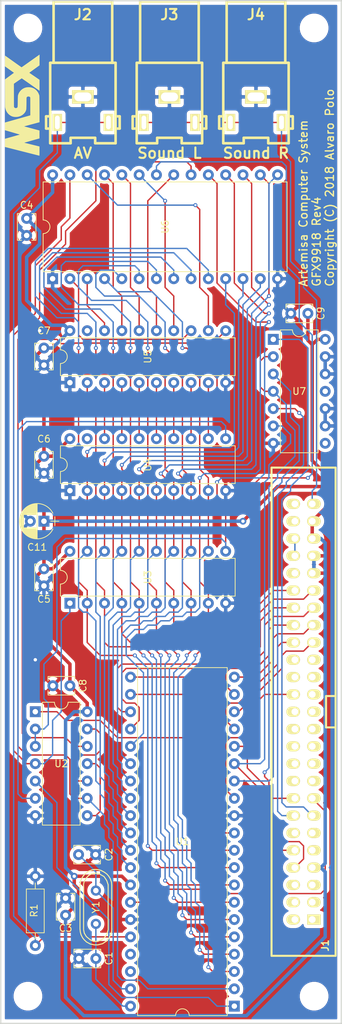
<source format=kicad_pcb>
(kicad_pcb (version 20171130) (host pcbnew "(5.1.0-0)")
  (layers (0 F.Cu signal) (31 B.Cu signal) (34 B.Paste user) (35 F.Paste user) (36 B.SilkS user) (37 F.SilkS user) (38 B.Mask user) (39 F.Mask user) (44 Edge.Cuts user))
  (net 0 "")
  (net 1 "Net-(C1-Pad1)")
  (net 2 GND)
  (net 3 "Net-(C2-Pad1)")
  (net 4 "Net-(J1-Pad42)")
  (net 5 "Net-(J1-Pad44)")
  (net 6 "Net-(J1-Pad50)")
  (net 7 "Net-(J1-Pad48)")
  (net 8 /DATA5)
  (net 9 /DATA4)
  (net 10 /DATA6)
  (net 11 /DATA7)
  (net 12 /DATA3)
  (net 13 /DATA2)
  (net 14 /DATA0)
  (net 15 /DATA1)
  (net 16 "Net-(J1-Pad31)")
  (net 17 "Net-(J1-Pad32)")
  (net 18 "Net-(J1-Pad27)")
  (net 19 /MODE)
  (net 20 "Net-(J1-Pad30)")
  (net 21 "Net-(J1-Pad29)")
  (net 22 "Net-(J1-Pad25)")
  (net 23 "Net-(J1-Pad26)")
  (net 24 "Net-(J1-Pad24)")
  (net 25 "Net-(J1-Pad23)")
  (net 26 "Net-(J1-Pad21)")
  (net 27 "Net-(J1-Pad22)")
  (net 28 "Net-(J1-Pad20)")
  (net 29 "Net-(J1-Pad19)")
  (net 30 "Net-(J1-Pad17)")
  (net 31 "Net-(J1-Pad18)")
  (net 32 /~VDPIOSL)
  (net 33 /~RESET)
  (net 34 /~WR)
  (net 35 /~RD)
  (net 36 "Net-(J1-Pad12)")
  (net 37 "Net-(J1-Pad11)")
  (net 38 "Net-(J1-Pad9)")
  (net 39 /~CSR)
  (net 40 /~IRQ)
  (net 41 "Net-(J1-Pad1)")
  (net 42 "Net-(J1-Pad2)")
  (net 43 "Net-(J1-Pad3)")
  (net 44 "Net-(J1-Pad4)")
  (net 45 "Net-(J1-Pad5)")
  (net 46 "Net-(J1-Pad6)")
  (net 47 "Net-(J2-Pad1)")
  (net 48 /~RAS)
  (net 49 /~CAS)
  (net 50 /AD7)
  (net 51 /AD6)
  (net 52 /AD5)
  (net 53 /VD7)
  (net 54 /AD4)
  (net 55 /VD6)
  (net 56 /AD3)
  (net 57 /VD5)
  (net 58 /AD2)
  (net 59 /VD4)
  (net 60 /AD1)
  (net 61 /VD3)
  (net 62 /AD0)
  (net 63 /VD2)
  (net 64 "Net-(U1-Pad11)")
  (net 65 /VD1)
  (net 66 /VD0)
  (net 67 "Net-(U1-Pad14)")
  (net 68 "Net-(U1-Pad37)")
  (net 69 "Net-(U1-Pad38)")
  (net 70 "Net-(U2-Pad11)")
  (net 71 /WR)
  (net 72 "Net-(U2-Pad10)")
  (net 73 /RD)
  (net 74 /COL)
  (net 75 /ROW)
  (net 76 "Net-(U4-Pad19)")
  (net 77 "Net-(U4-Pad18)")
  (net 78 "Net-(U4-Pad17)")
  (net 79 "Net-(U4-Pad16)")
  (net 80 "Net-(U4-Pad15)")
  (net 81 "Net-(U4-Pad14)")
  (net 82 "Net-(U4-Pad13)")
  (net 83 "Net-(U4-Pad12)")
  (net 84 "Net-(U5-Pad12)")
  (net 85 "Net-(U5-Pad13)")
  (net 86 "Net-(U5-Pad14)")
  (net 87 "Net-(U5-Pad15)")
  (net 88 "Net-(U5-Pad16)")
  (net 89 "Net-(U5-Pad17)")
  (net 90 "Net-(U5-Pad18)")
  (net 91 "Net-(U5-Pad19)")
  (net 92 "Net-(U7-Pad11)")
  (net 93 "Net-(U7-Pad8)")
  (net 94 /SOUNDOUT)
  (net 95 ~)
  (module artemisa:DIP-28_600 (layer F.Cu) (at 51.62 78.78 90)
    (fp_text reference U6 (at 7.62 16.51 90) (layer F.SilkS))
    (fp_text value HM62256ALP-10)
    (pad 28 thru_hole oval (at 15.24 0 90) (size 1.6 1.6) (drill 0.8) (layers *.Cu *.Mask) (net 95 ~))
    (pad 14 thru_hole oval (at 0 33.02 90) (size 1.6 1.6) (drill 0.8) (layers *.Cu *.Mask) (net 2 GND))
    (pad 27 thru_hole oval (at 15.24 2.54 90) (size 1.6 1.6) (drill 0.8) (layers *.Cu *.Mask) (net 73 /RD))
    (pad 13 thru_hole oval (at 0 30.48 90) (size 1.6 1.6) (drill 0.8) (layers *.Cu *.Mask) (net 63 /VD2))
    (pad 26 thru_hole oval (at 15.24 5.08 90) (size 1.6 1.6) (drill 0.8) (layers *.Cu *.Mask) (net 84 "Net-(U5-Pad12)"))
    (pad 12 thru_hole oval (at 0 27.94 90) (size 1.6 1.6) (drill 0.8) (layers *.Cu *.Mask) (net 65 /VD1))
    (pad 25 thru_hole oval (at 15.24 7.62 90) (size 1.6 1.6) (drill 0.8) (layers *.Cu *.Mask) (net 89 "Net-(U5-Pad17)"))
    (pad 11 thru_hole oval (at 0 25.4 90) (size 1.6 1.6) (drill 0.8) (layers *.Cu *.Mask) (net 66 /VD0))
    (pad 24 thru_hole oval (at 15.24 10.16 90) (size 1.6 1.6) (drill 0.8) (layers *.Cu *.Mask) (net 88 "Net-(U5-Pad16)"))
    (pad 10 thru_hole oval (at 0 22.86 90) (size 1.6 1.6) (drill 0.8) (layers *.Cu *.Mask) (net 77 "Net-(U4-Pad18)"))
    (pad 23 thru_hole oval (at 15.24 12.7 90) (size 1.6 1.6) (drill 0.8) (layers *.Cu *.Mask) (net 86 "Net-(U5-Pad14)"))
    (pad 9 thru_hole oval (at 0 20.32 90) (size 1.6 1.6) (drill 0.8) (layers *.Cu *.Mask) (net 78 "Net-(U4-Pad17)"))
    (pad 22 thru_hole oval (at 15.24 15.24 90) (size 1.6 1.6) (drill 0.8) (layers *.Cu *.Mask) (net 71 /WR))
    (pad 8 thru_hole oval (at 0 17.78 90) (size 1.6 1.6) (drill 0.8) (layers *.Cu *.Mask) (net 79 "Net-(U4-Pad16)"))
    (pad 21 thru_hole oval (at 15.24 17.78 90) (size 1.6 1.6) (drill 0.8) (layers *.Cu *.Mask) (net 87 "Net-(U5-Pad15)"))
    (pad 7 thru_hole oval (at 0 15.24 90) (size 1.6 1.6) (drill 0.8) (layers *.Cu *.Mask) (net 80 "Net-(U4-Pad15)"))
    (pad 20 thru_hole oval (at 15.24 20.32 90) (size 1.6 1.6) (drill 0.8) (layers *.Cu *.Mask) (net 49 /~CAS))
    (pad 6 thru_hole oval (at 0 12.7 90) (size 1.6 1.6) (drill 0.8) (layers *.Cu *.Mask) (net 81 "Net-(U4-Pad14)"))
    (pad 19 thru_hole oval (at 15.24 22.86 90) (size 1.6 1.6) (drill 0.8) (layers *.Cu *.Mask) (net 53 /VD7))
    (pad 5 thru_hole oval (at 0 10.16 90) (size 1.6 1.6) (drill 0.8) (layers *.Cu *.Mask) (net 82 "Net-(U4-Pad13)"))
    (pad 18 thru_hole oval (at 15.24 25.4 90) (size 1.6 1.6) (drill 0.8) (layers *.Cu *.Mask) (net 55 /VD6))
    (pad 4 thru_hole oval (at 0 7.62 90) (size 1.6 1.6) (drill 0.8) (layers *.Cu *.Mask) (net 83 "Net-(U4-Pad12)"))
    (pad 17 thru_hole oval (at 15.24 27.94 90) (size 1.6 1.6) (drill 0.8) (layers *.Cu *.Mask) (net 57 /VD5))
    (pad 3 thru_hole oval (at 0 5.08 90) (size 1.6 1.6) (drill 0.8) (layers *.Cu *.Mask) (net 90 "Net-(U5-Pad18)"))
    (pad 16 thru_hole oval (at 15.24 30.48 90) (size 1.6 1.6) (drill 0.8) (layers *.Cu *.Mask) (net 59 /VD4))
    (pad 2 thru_hole oval (at 0 2.54 90) (size 1.6 1.6) (drill 0.8) (layers *.Cu *.Mask) (net 85 "Net-(U5-Pad13)"))
    (pad 15 thru_hole oval (at 15.24 33.02 90) (size 1.6 1.6) (drill 0.8) (layers *.Cu *.Mask) (net 61 /VD3))
    (pad 1 thru_hole rect (at 0 0 90) (size 1.6 1.6) (drill 0.8) (layers *.Cu *.Mask) (net 2 GND))
  )
  (module artemisa:DIP-40_600 (layer F.Cu) (at 78.29 185.46 180)
    (fp_text reference U1 (at 7.62 24.13 180) (layer F.SilkS))
    (fp_text value TMS9918)
    (pad 40 thru_hole oval (at 15.24 0 180) (size 1.6 1.6) (drill 0.8) (layers *.Cu *.Mask) (net 1 "Net-(C1-Pad1)"))
    (pad 20 thru_hole oval (at 0 48.26 180) (size 1.6 1.6) (drill 0.8) (layers *.Cu *.Mask) (net 12 /DATA3))
    (pad 39 thru_hole oval (at 15.24 2.54 180) (size 1.6 1.6) (drill 0.8) (layers *.Cu *.Mask) (net 3 "Net-(C2-Pad1)"))
    (pad 19 thru_hole oval (at 0 45.72 180) (size 1.6 1.6) (drill 0.8) (layers *.Cu *.Mask) (net 13 /DATA2))
    (pad 38 thru_hole oval (at 15.24 5.08 180) (size 1.6 1.6) (drill 0.8) (layers *.Cu *.Mask) (net 69 "Net-(U1-Pad38)"))
    (pad 18 thru_hole oval (at 0 43.18 180) (size 1.6 1.6) (drill 0.8) (layers *.Cu *.Mask) (net 15 /DATA1))
    (pad 37 thru_hole oval (at 15.24 7.62 180) (size 1.6 1.6) (drill 0.8) (layers *.Cu *.Mask) (net 68 "Net-(U1-Pad37)"))
    (pad 17 thru_hole oval (at 0 40.64 180) (size 1.6 1.6) (drill 0.8) (layers *.Cu *.Mask) (net 14 /DATA0))
    (pad 36 thru_hole oval (at 15.24 10.16 180) (size 1.6 1.6) (drill 0.8) (layers *.Cu *.Mask) (net 47 "Net-(J2-Pad1)"))
    (pad 16 thru_hole oval (at 0 38.1 180) (size 1.6 1.6) (drill 0.8) (layers *.Cu *.Mask) (net 40 /~IRQ))
    (pad 35 thru_hole oval (at 15.24 12.7 180) (size 1.6 1.6) (drill 0.8) (layers *.Cu *.Mask) (net 2 GND))
    (pad 15 thru_hole oval (at 0 35.56 180) (size 1.6 1.6) (drill 0.8) (layers *.Cu *.Mask) (net 39 /~CSR))
    (pad 34 thru_hole oval (at 15.24 15.24 180) (size 1.6 1.6) (drill 0.8) (layers *.Cu *.Mask) (net 33 /~RESET))
    (pad 14 thru_hole oval (at 0 33.02 180) (size 1.6 1.6) (drill 0.8) (layers *.Cu *.Mask) (net 67 "Net-(U1-Pad14)"))
    (pad 33 thru_hole oval (at 15.24 17.78 180) (size 1.6 1.6) (drill 0.8) (layers *.Cu *.Mask) (net 95 ~))
    (pad 13 thru_hole oval (at 0 30.48 180) (size 1.6 1.6) (drill 0.8) (layers *.Cu *.Mask) (net 19 /MODE))
    (pad 32 thru_hole oval (at 15.24 20.32 180) (size 1.6 1.6) (drill 0.8) (layers *.Cu *.Mask) (net 66 /VD0))
    (pad 12 thru_hole oval (at 0 27.94 180) (size 1.6 1.6) (drill 0.8) (layers *.Cu *.Mask) (net 2 GND))
    (pad 31 thru_hole oval (at 15.24 22.86 180) (size 1.6 1.6) (drill 0.8) (layers *.Cu *.Mask) (net 65 /VD1))
    (pad 11 thru_hole oval (at 0 25.4 180) (size 1.6 1.6) (drill 0.8) (layers *.Cu *.Mask) (net 64 "Net-(U1-Pad11)"))
    (pad 30 thru_hole oval (at 15.24 25.4 180) (size 1.6 1.6) (drill 0.8) (layers *.Cu *.Mask) (net 63 /VD2))
    (pad 10 thru_hole oval (at 0 22.86 180) (size 1.6 1.6) (drill 0.8) (layers *.Cu *.Mask) (net 62 /AD0))
    (pad 29 thru_hole oval (at 15.24 27.94 180) (size 1.6 1.6) (drill 0.8) (layers *.Cu *.Mask) (net 61 /VD3))
    (pad 9 thru_hole oval (at 0 20.32 180) (size 1.6 1.6) (drill 0.8) (layers *.Cu *.Mask) (net 60 /AD1))
    (pad 28 thru_hole oval (at 15.24 30.48 180) (size 1.6 1.6) (drill 0.8) (layers *.Cu *.Mask) (net 59 /VD4))
    (pad 8 thru_hole oval (at 0 17.78 180) (size 1.6 1.6) (drill 0.8) (layers *.Cu *.Mask) (net 58 /AD2))
    (pad 27 thru_hole oval (at 15.24 33.02 180) (size 1.6 1.6) (drill 0.8) (layers *.Cu *.Mask) (net 57 /VD5))
    (pad 7 thru_hole oval (at 0 15.24 180) (size 1.6 1.6) (drill 0.8) (layers *.Cu *.Mask) (net 56 /AD3))
    (pad 26 thru_hole oval (at 15.24 35.56 180) (size 1.6 1.6) (drill 0.8) (layers *.Cu *.Mask) (net 55 /VD6))
    (pad 6 thru_hole oval (at 0 12.7 180) (size 1.6 1.6) (drill 0.8) (layers *.Cu *.Mask) (net 54 /AD4))
    (pad 25 thru_hole oval (at 15.24 38.1 180) (size 1.6 1.6) (drill 0.8) (layers *.Cu *.Mask) (net 53 /VD7))
    (pad 5 thru_hole oval (at 0 10.16 180) (size 1.6 1.6) (drill 0.8) (layers *.Cu *.Mask) (net 52 /AD5))
    (pad 24 thru_hole oval (at 15.24 40.64 180) (size 1.6 1.6) (drill 0.8) (layers *.Cu *.Mask) (net 11 /DATA7))
    (pad 4 thru_hole oval (at 0 7.62 180) (size 1.6 1.6) (drill 0.8) (layers *.Cu *.Mask) (net 51 /AD6))
    (pad 23 thru_hole oval (at 15.24 43.18 180) (size 1.6 1.6) (drill 0.8) (layers *.Cu *.Mask) (net 10 /DATA6))
    (pad 3 thru_hole oval (at 0 5.08 180) (size 1.6 1.6) (drill 0.8) (layers *.Cu *.Mask) (net 50 /AD7))
    (pad 22 thru_hole oval (at 15.24 45.72 180) (size 1.6 1.6) (drill 0.8) (layers *.Cu *.Mask) (net 8 /DATA5))
    (pad 2 thru_hole oval (at 0 2.54 180) (size 1.6 1.6) (drill 0.8) (layers *.Cu *.Mask) (net 49 /~CAS))
    (pad 21 thru_hole oval (at 15.24 48.26 180) (size 1.6 1.6) (drill 0.8) (layers *.Cu *.Mask) (net 9 /DATA4))
    (pad 1 thru_hole rect (at 0 0 180) (size 1.6 1.6) (drill 0.8) (layers *.Cu *.Mask) (net 48 /~RAS))
  )
  (module artemisa:RCA_red (layer F.Cu) (at 81.465 52.11 180)
    (fp_text reference J4 (at 0 12.065 180) (layer F.SilkS) (effects (font (size 1.524 1.524) (thickness 0.3048))))
    (fp_text value "Sound R" (at 0 -8.255 180) (layer F.SilkS) (effects (font (size 1.524 1.524) (thickness 0.3048))))
    (pad 1 thru_hole rect (at -3.75 -3.75 180) (size 1.4 2.5) (drill oval 0.7 2) (layers *.Cu *.Mask F.SilkS) (net 94 /SOUNDOUT))
    (pad 2 thru_hole rect (at 0 0 180) (size 3.2 2) (drill oval 2.5 1.3) (layers *.Cu *.Mask F.SilkS) (net 2 GND))
    (pad 1 thru_hole rect (at 3.75 -3.75 180) (size 1.4 2.5) (drill oval 0.7 2) (layers *.Cu *.Mask F.SilkS) (net 94 /SOUNDOUT))
  )
  (module artemisa:RCA_white (layer F.Cu) (at 68.765 52.11 180)
    (fp_text reference J3 (at 0 12.065 180) (layer F.SilkS) (effects (font (size 1.524 1.524) (thickness 0.3048))))
    (fp_text value "Sound L" (at 0 -8.255 180) (layer F.SilkS) (effects (font (size 1.524 1.524) (thickness 0.3048))))
    (pad 1 thru_hole rect (at -3.75 -3.75 180) (size 1.4 2.5) (drill oval 0.7 2) (layers *.Cu *.Mask F.SilkS) (net 94 /SOUNDOUT))
    (pad 2 thru_hole rect (at 0 0 180) (size 3.2 2) (drill oval 2.5 1.3) (layers *.Cu *.Mask F.SilkS) (net 2 GND))
    (pad 1 thru_hole rect (at 3.75 -3.75 180) (size 1.4 2.5) (drill oval 0.7 2) (layers *.Cu *.Mask F.SilkS) (net 94 /SOUNDOUT))
  )
  (module artemisa:RCA_yellow (layer F.Cu) (at 56.065 52.11 180)
    (fp_text reference J2 (at 0 12.065 180) (layer F.SilkS) (effects (font (size 1.524 1.524) (thickness 0.3048))))
    (fp_text value AV (at 0 -8.255 180) (layer F.SilkS) (effects (font (size 1.524 1.524) (thickness 0.3048))))
    (pad 1 thru_hole rect (at -3.75 -3.75 180) (size 1.4 2.5) (drill oval 0.7 2) (layers *.Cu *.Mask F.SilkS) (net 47 "Net-(J2-Pad1)"))
    (pad 2 thru_hole rect (at 0 0 180) (size 3.2 2) (drill oval 2.5 1.3) (layers *.Cu *.Mask F.SilkS) (net 2 GND))
    (pad 1 thru_hole rect (at 3.75 -3.75 180) (size 1.4 2.5) (drill oval 0.7 2) (layers *.Cu *.Mask F.SilkS) (net 47 "Net-(J2-Pad1)"))
  )
  (module artemisa:DIP-20_300 (layer F.Cu) (at 54.16 94.02 90)
    (fp_text reference U5 (at 3.81 11.43 90) (layer F.SilkS))
    (fp_text value 74HCT574)
    (pad 20 thru_hole oval (at 7.62 0 90) (size 1.6 1.6) (drill 0.8) (layers *.Cu *.Mask) (net 95 ~))
    (pad 10 thru_hole oval (at 0 22.86 90) (size 1.6 1.6) (drill 0.8) (layers *.Cu *.Mask) (net 2 GND))
    (pad 19 thru_hole oval (at 7.62 2.54 90) (size 1.6 1.6) (drill 0.8) (layers *.Cu *.Mask) (net 91 "Net-(U5-Pad19)"))
    (pad 9 thru_hole oval (at 0 20.32 90) (size 1.6 1.6) (drill 0.8) (layers *.Cu *.Mask) (net 50 /AD7))
    (pad 18 thru_hole oval (at 7.62 5.08 90) (size 1.6 1.6) (drill 0.8) (layers *.Cu *.Mask) (net 90 "Net-(U5-Pad18)"))
    (pad 8 thru_hole oval (at 0 17.78 90) (size 1.6 1.6) (drill 0.8) (layers *.Cu *.Mask) (net 51 /AD6))
    (pad 17 thru_hole oval (at 7.62 7.62 90) (size 1.6 1.6) (drill 0.8) (layers *.Cu *.Mask) (net 89 "Net-(U5-Pad17)"))
    (pad 7 thru_hole oval (at 0 15.24 90) (size 1.6 1.6) (drill 0.8) (layers *.Cu *.Mask) (net 52 /AD5))
    (pad 16 thru_hole oval (at 7.62 10.16 90) (size 1.6 1.6) (drill 0.8) (layers *.Cu *.Mask) (net 88 "Net-(U5-Pad16)"))
    (pad 6 thru_hole oval (at 0 12.7 90) (size 1.6 1.6) (drill 0.8) (layers *.Cu *.Mask) (net 54 /AD4))
    (pad 15 thru_hole oval (at 7.62 12.7 90) (size 1.6 1.6) (drill 0.8) (layers *.Cu *.Mask) (net 87 "Net-(U5-Pad15)"))
    (pad 5 thru_hole oval (at 0 10.16 90) (size 1.6 1.6) (drill 0.8) (layers *.Cu *.Mask) (net 56 /AD3))
    (pad 14 thru_hole oval (at 7.62 15.24 90) (size 1.6 1.6) (drill 0.8) (layers *.Cu *.Mask) (net 86 "Net-(U5-Pad14)"))
    (pad 4 thru_hole oval (at 0 7.62 90) (size 1.6 1.6) (drill 0.8) (layers *.Cu *.Mask) (net 58 /AD2))
    (pad 13 thru_hole oval (at 7.62 17.78 90) (size 1.6 1.6) (drill 0.8) (layers *.Cu *.Mask) (net 85 "Net-(U5-Pad13)"))
    (pad 3 thru_hole oval (at 0 5.08 90) (size 1.6 1.6) (drill 0.8) (layers *.Cu *.Mask) (net 60 /AD1))
    (pad 12 thru_hole oval (at 7.62 20.32 90) (size 1.6 1.6) (drill 0.8) (layers *.Cu *.Mask) (net 84 "Net-(U5-Pad12)"))
    (pad 2 thru_hole oval (at 0 2.54 90) (size 1.6 1.6) (drill 0.8) (layers *.Cu *.Mask) (net 62 /AD0))
    (pad 11 thru_hole oval (at 7.62 22.86 90) (size 1.6 1.6) (drill 0.8) (layers *.Cu *.Mask) (net 74 /COL))
    (pad 1 thru_hole rect (at 0 0 90) (size 1.6 1.6) (drill 0.8) (layers *.Cu *.Mask) (net 2 GND))
  )
  (module artemisa:GFX_conn (layer F.Cu) (at 88.45 142.28 90)
    (fp_text reference J1 (at -34.29 3.175 90) (layer F.SilkS) (effects (font (thickness 0.2032))))
    (fp_text value GFX_Connector_Input hide)
    (pad 6 thru_hole oval (at -25.4 -1.27 90) (size 1.5 2) (drill 1 (offset 0 -0.25)) (layers *.Cu *.Mask F.SilkS) (net 46 "Net-(J1-Pad6)"))
    (pad 5 thru_hole oval (at -25.4 1.27 90) (size 1.5 2) (drill 1 (offset 0 0.25)) (layers *.Cu *.Mask F.SilkS) (net 45 "Net-(J1-Pad5)"))
    (pad 4 thru_hole oval (at -27.94 -1.27 90) (size 1.5 2) (drill 1 (offset 0 -0.25)) (layers *.Cu *.Mask F.SilkS) (net 44 "Net-(J1-Pad4)"))
    (pad 3 thru_hole oval (at -27.94 1.27 90) (size 1.5 2) (drill 1 (offset 0 0.25)) (layers *.Cu *.Mask F.SilkS) (net 43 "Net-(J1-Pad3)"))
    (pad 2 thru_hole oval (at -30.48 -1.27 90) (size 1.5 2) (drill 1 (offset 0 -0.25)) (layers *.Cu *.Mask F.SilkS) (net 42 "Net-(J1-Pad2)"))
    (pad 1 thru_hole rect (at -30.48 1.27 90) (size 1.5 2) (drill 1 (offset 0 0.25)) (layers *.Cu *.Mask F.SilkS) (net 41 "Net-(J1-Pad1)"))
    (pad 7 thru_hole oval (at -22.86 1.27 90) (size 1.5 2) (drill 1 (offset 0 0.25)) (layers *.Cu *.Mask F.SilkS) (net 95 ~))
    (pad 8 thru_hole oval (at -22.86 -1.27 90) (size 1.5 2) (drill 1 (offset 0 -0.25)) (layers *.Cu *.Mask F.SilkS) (net 40 /~IRQ))
    (pad 10 thru_hole oval (at -20.32 -1.27 90) (size 1.5 2) (drill 1 (offset 0 -0.25)) (layers *.Cu *.Mask F.SilkS) (net 39 /~CSR))
    (pad 9 thru_hole oval (at -20.32 1.27 90) (size 1.5 2) (drill 1 (offset 0 0.25)) (layers *.Cu *.Mask F.SilkS) (net 38 "Net-(J1-Pad9)"))
    (pad 11 thru_hole oval (at -17.78 1.27 90) (size 1.5 2) (drill 1 (offset 0 0.25)) (layers *.Cu *.Mask F.SilkS) (net 37 "Net-(J1-Pad11)"))
    (pad 12 thru_hole oval (at -17.78 -1.27 90) (size 1.5 2) (drill 1 (offset 0 -0.25)) (layers *.Cu *.Mask F.SilkS) (net 36 "Net-(J1-Pad12)"))
    (pad 14 thru_hole oval (at -15.24 -1.27 90) (size 1.5 2) (drill 1 (offset 0 -0.25)) (layers *.Cu *.Mask F.SilkS) (net 35 /~RD))
    (pad 13 thru_hole oval (at -15.24 1.27 90) (size 1.5 2) (drill 1 (offset 0 0.25)) (layers *.Cu *.Mask F.SilkS) (net 34 /~WR))
    (pad 15 thru_hole oval (at -12.7 1.27 90) (size 1.5 2) (drill 1 (offset 0 0.25)) (layers *.Cu *.Mask F.SilkS) (net 33 /~RESET))
    (pad 16 thru_hole oval (at -12.7 -1.27 90) (size 1.5 2) (drill 1 (offset 0 -0.25)) (layers *.Cu *.Mask F.SilkS) (net 32 /~VDPIOSL))
    (pad 18 thru_hole oval (at -10.16 -1.27 90) (size 1.5 2) (drill 1 (offset 0 -0.25)) (layers *.Cu *.Mask F.SilkS) (net 31 "Net-(J1-Pad18)"))
    (pad 17 thru_hole oval (at -10.16 1.27 90) (size 1.5 2) (drill 1 (offset 0 0.25)) (layers *.Cu *.Mask F.SilkS) (net 30 "Net-(J1-Pad17)"))
    (pad 19 thru_hole oval (at -7.62 1.27 90) (size 1.5 2) (drill 1 (offset 0 0.25)) (layers *.Cu *.Mask F.SilkS) (net 29 "Net-(J1-Pad19)"))
    (pad 20 thru_hole oval (at -7.62 -1.27 90) (size 1.5 2) (drill 1 (offset 0 -0.25)) (layers *.Cu *.Mask F.SilkS) (net 28 "Net-(J1-Pad20)"))
    (pad 22 thru_hole oval (at -5.08 -1.27 90) (size 1.5 2) (drill 1 (offset 0 -0.25)) (layers *.Cu *.Mask F.SilkS) (net 27 "Net-(J1-Pad22)"))
    (pad 21 thru_hole oval (at -5.08 1.27 90) (size 1.5 2) (drill 1 (offset 0 0.25)) (layers *.Cu *.Mask F.SilkS) (net 26 "Net-(J1-Pad21)"))
    (pad 23 thru_hole oval (at -2.54 1.27 90) (size 1.5 2) (drill 1 (offset 0 0.25)) (layers *.Cu *.Mask F.SilkS) (net 25 "Net-(J1-Pad23)"))
    (pad 24 thru_hole oval (at -2.54 -1.27 90) (size 1.5 2) (drill 1 (offset 0 -0.25)) (layers *.Cu *.Mask F.SilkS) (net 24 "Net-(J1-Pad24)"))
    (pad 26 thru_hole oval (at 0 -1.27 90) (size 1.5 2) (drill 1 (offset 0 -0.25)) (layers *.Cu *.Mask F.SilkS) (net 23 "Net-(J1-Pad26)"))
    (pad 25 thru_hole oval (at 0 1.27 90) (size 1.5 2) (drill 1 (offset 0 0.25)) (layers *.Cu *.Mask F.SilkS) (net 22 "Net-(J1-Pad25)"))
    (pad 29 thru_hole oval (at 5.08 1.27 90) (size 1.5 2) (drill 1 (offset 0 0.25)) (layers *.Cu *.Mask F.SilkS) (net 21 "Net-(J1-Pad29)"))
    (pad 30 thru_hole oval (at 5.08 -1.27 90) (size 1.5 2) (drill 1 (offset 0 -0.25)) (layers *.Cu *.Mask F.SilkS) (net 20 "Net-(J1-Pad30)"))
    (pad 28 thru_hole oval (at 2.54 -1.27 90) (size 1.5 2) (drill 1 (offset 0 -0.25)) (layers *.Cu *.Mask F.SilkS) (net 19 /MODE))
    (pad 27 thru_hole oval (at 2.54 1.27 90) (size 1.5 2) (drill 1 (offset 0 0.25)) (layers *.Cu *.Mask F.SilkS) (net 18 "Net-(J1-Pad27)"))
    (pad 32 thru_hole oval (at 7.62 -1.27 90) (size 1.5 2) (drill 1 (offset 0 -0.25)) (layers *.Cu *.Mask F.SilkS) (net 17 "Net-(J1-Pad32)"))
    (pad 31 thru_hole oval (at 7.62 1.27 90) (size 1.5 2) (drill 1 (offset 0 0.25)) (layers *.Cu *.Mask F.SilkS) (net 16 "Net-(J1-Pad31)"))
    (pad 33 thru_hole oval (at 10.16 1.27 90) (size 1.5 2) (drill 1 (offset 0 0.25)) (layers *.Cu *.Mask F.SilkS) (net 15 /DATA1))
    (pad 34 thru_hole oval (at 10.16 -1.27 90) (size 1.5 2) (drill 1 (offset 0 -0.25)) (layers *.Cu *.Mask F.SilkS) (net 14 /DATA0))
    (pad 36 thru_hole oval (at 12.7 -1.27 90) (size 1.5 2) (drill 1 (offset 0 -0.25)) (layers *.Cu *.Mask F.SilkS) (net 13 /DATA2))
    (pad 35 thru_hole oval (at 12.7 1.27 90) (size 1.5 2) (drill 1 (offset 0 0.25)) (layers *.Cu *.Mask F.SilkS) (net 12 /DATA3))
    (pad 39 thru_hole oval (at 17.78 1.27 90) (size 1.5 2) (drill 1 (offset 0 0.25)) (layers *.Cu *.Mask F.SilkS) (net 11 /DATA7))
    (pad 40 thru_hole oval (at 17.78 -1.27 90) (size 1.5 2) (drill 1 (offset 0 -0.25)) (layers *.Cu *.Mask F.SilkS) (net 10 /DATA6))
    (pad 38 thru_hole oval (at 15.24 -1.27 90) (size 1.5 2) (drill 1 (offset 0 -0.25)) (layers *.Cu *.Mask F.SilkS) (net 9 /DATA4))
    (pad 37 thru_hole oval (at 15.24 1.27 90) (size 1.5 2) (drill 1 (offset 0 0.25)) (layers *.Cu *.Mask F.SilkS) (net 8 /DATA5))
    (pad 47 thru_hole oval (at 27.94 1.27 90) (size 1.5 2) (drill 1 (offset 0 0.25)) (layers *.Cu *.Mask F.SilkS) (net 95 ~))
    (pad 48 thru_hole oval (at 27.94 -1.27 90) (size 1.5 2) (drill 1 (offset 0 -0.25)) (layers *.Cu *.Mask F.SilkS) (net 7 "Net-(J1-Pad48)"))
    (pad 50 thru_hole oval (at 30.48 -1.27 90) (size 1.5 2) (drill 1 (offset 0 -0.25)) (layers *.Cu *.Mask F.SilkS) (net 6 "Net-(J1-Pad50)"))
    (pad 49 thru_hole oval (at 30.48 1.27 90) (size 1.5 2) (drill 1 (offset 0 0.25)) (layers *.Cu *.Mask F.SilkS) (net 94 /SOUNDOUT))
    (pad 45 thru_hole oval (at 25.4 1.27 90) (size 1.5 2) (drill 1 (offset 0 0.25)) (layers *.Cu *.Mask F.SilkS) (net 95 ~))
    (pad 46 thru_hole oval (at 25.4 -1.27 90) (size 1.5 2) (drill 1 (offset 0 -0.25)) (layers *.Cu *.Mask F.SilkS) (net 5 "Net-(J1-Pad44)"))
    (pad 44 thru_hole oval (at 22.86 -1.27 90) (size 1.5 2) (drill 1 (offset 0 -0.25)) (layers *.Cu *.Mask F.SilkS) (net 5 "Net-(J1-Pad44)"))
    (pad 43 thru_hole oval (at 22.86 1.27 90) (size 1.5 2) (drill 1 (offset 0 0.25)) (layers *.Cu *.Mask F.SilkS) (net 2 GND))
    (pad 41 thru_hole oval (at 20.32 1.27 90) (size 1.5 2) (drill 1 (offset 0 0.25)) (layers *.Cu *.Mask F.SilkS) (net 2 GND))
    (pad 42 thru_hole oval (at 20.32 -1.27 90) (size 1.5 2) (drill 1 (offset 0 -0.25)) (layers *.Cu *.Mask F.SilkS) (net 4 "Net-(J1-Pad42)"))
  )
  (module artemisa:Mounting_hole_M3 (layer F.Cu) (at 90 42)
    (fp_text reference REF** hide)
    (fp_text value MountingHole_M3)
    (pad 1 np_thru_hole circle (at 0 0) (size 3.2 3.2) (drill 3.2) (layers *.Cu *.Mask))
  )
  (module artemisa:Mounting_hole_M3 (layer F.Cu) (at 48 42)
    (fp_text reference REF** hide)
    (fp_text value MountingHole_M3)
    (pad 1 np_thru_hole circle (at 0 0) (size 3.2 3.2) (drill 3.2) (layers *.Cu *.Mask))
  )
  (module artemisa:Mounting_hole_M3 (layer F.Cu) (at 48 184)
    (fp_text reference REF** hide)
    (fp_text value MountingHole_M3)
    (pad 1 np_thru_hole circle (at 0 0) (size 3.2 3.2) (drill 3.2) (layers *.Cu *.Mask))
  )
  (module artemisa:Disc_capacitor (layer F.Cu) (at 57.97 178.475 180)
    (fp_text reference C1 (at -1.905 0 90) (layer F.SilkS))
    (fp_text value 56pF)
    (pad 2 thru_hole circle (at 2.5 0 180) (size 1.6 1.6) (drill 0.8) (layers *.Cu *.Mask) (net 2 GND))
    (pad 1 thru_hole circle (at 0 0 180) (size 1.6 1.6) (drill 0.8) (layers *.Cu *.Mask) (net 1 "Net-(C1-Pad1)"))
  )
  (module artemisa:Disc_capacitor (layer F.Cu) (at 55.43 163.235)
    (fp_text reference C2 (at 4.445 0 90) (layer F.SilkS))
    (fp_text value 56pF)
    (pad 2 thru_hole circle (at 2.5 0) (size 1.6 1.6) (drill 0.8) (layers *.Cu *.Mask) (net 2 GND))
    (pad 1 thru_hole circle (at 0 0) (size 1.6 1.6) (drill 0.8) (layers *.Cu *.Mask) (net 3 "Net-(C2-Pad1)"))
  )
  (module artemisa:Disc_capacitor (layer F.Cu) (at 53.525 172.125 90)
    (fp_text reference C3 (at -1.905 0 -180) (layer F.SilkS))
    (fp_text value 100nF)
    (pad 2 thru_hole circle (at 2.5 0 90) (size 1.6 1.6) (drill 0.8) (layers *.Cu *.Mask) (net 2 GND))
    (pad 1 thru_hole circle (at 0 0 90) (size 1.6 1.6) (drill 0.8) (layers *.Cu *.Mask) (net 95 ~))
  )
  (module artemisa:Disc_capacitor (layer F.Cu) (at 47.81 69.93 270)
    (fp_text reference C4 (at -1.945 0) (layer F.SilkS))
    (fp_text value 100nF)
    (pad 2 thru_hole circle (at 2.5 0 270) (size 1.6 1.6) (drill 0.8) (layers *.Cu *.Mask) (net 2 GND))
    (pad 1 thru_hole circle (at 0 0 270) (size 1.6 1.6) (drill 0.8) (layers *.Cu *.Mask) (net 95 ~))
  )
  (module artemisa:Disc_capacitor (layer F.Cu) (at 50.35 121.325 270)
    (fp_text reference C5 (at 4.445 0) (layer F.SilkS))
    (fp_text value 100nF)
    (pad 2 thru_hole circle (at 2.5 0 270) (size 1.6 1.6) (drill 0.8) (layers *.Cu *.Mask) (net 2 GND))
    (pad 1 thru_hole circle (at 0 0 270) (size 1.6 1.6) (drill 0.8) (layers *.Cu *.Mask) (net 95 ~))
  )
  (module artemisa:Disc_capacitor (layer F.Cu) (at 50.35 104.815 270)
    (fp_text reference C6 (at -2.54 0) (layer F.SilkS))
    (fp_text value 100nF)
    (pad 2 thru_hole circle (at 2.5 0 270) (size 1.6 1.6) (drill 0.8) (layers *.Cu *.Mask) (net 2 GND))
    (pad 1 thru_hole circle (at 0 0 270) (size 1.6 1.6) (drill 0.8) (layers *.Cu *.Mask) (net 95 ~))
  )
  (module artemisa:Disc_capacitor (layer F.Cu) (at 50.35 88.94 270)
    (fp_text reference C7 (at -2.54 0) (layer F.SilkS))
    (fp_text value 100nF)
    (pad 2 thru_hole circle (at 2.5 0 270) (size 1.6 1.6) (drill 0.8) (layers *.Cu *.Mask) (net 2 GND))
    (pad 1 thru_hole circle (at 0 0 270) (size 1.6 1.6) (drill 0.8) (layers *.Cu *.Mask) (net 95 ~))
  )
  (module artemisa:Disc_capacitor (layer F.Cu) (at 54.16 138.47 180)
    (fp_text reference C8 (at -1.905 0 270) (layer F.SilkS))
    (fp_text value 100nF)
    (pad 2 thru_hole circle (at 2.5 0 180) (size 1.6 1.6) (drill 0.8) (layers *.Cu *.Mask) (net 2 GND))
    (pad 1 thru_hole circle (at 0 0 180) (size 1.6 1.6) (drill 0.8) (layers *.Cu *.Mask) (net 95 ~))
  )
  (module artemisa:Disc_capacitor (layer F.Cu) (at 89.085 83.86 180)
    (fp_text reference C9 (at -1.905 0 270) (layer F.SilkS))
    (fp_text value 100nF)
    (pad 2 thru_hole circle (at 2.5 0 180) (size 1.6 1.6) (drill 0.8) (layers *.Cu *.Mask) (net 2 GND))
    (pad 1 thru_hole circle (at 0 0 180) (size 1.6 1.6) (drill 0.8) (layers *.Cu *.Mask) (net 95 ~))
  )
  (module artemisa:Radial_capacitor (layer F.Cu) (at 50.35 114.34 180)
    (fp_text reference C11 (at 1 -3.81 180) (layer F.SilkS))
    (fp_text value 10uF)
    (pad 2 thru_hole circle (at 2 0 180) (size 1.6 1.6) (drill 0.8) (layers *.Cu *.Mask) (net 2 GND))
    (pad 1 thru_hole rect (at 0 0 180) (size 1.6 1.6) (drill 0.8) (layers *.Cu *.Mask) (net 95 ~))
  )
  (module artemisa:Axial_resistor (layer F.Cu) (at 49.08 176.57 90)
    (fp_text reference R1 (at 5.12 -0.185 90) (layer F.SilkS))
    (fp_text value 470)
    (pad 2 thru_hole oval (at 10.16 0 90) (size 1.6 1.6) (drill 0.8) (layers *.Cu *.Mask) (net 2 GND))
    (pad 1 thru_hole circle (at 0 0 90) (size 1.6 1.6) (drill 0.8) (layers *.Cu *.Mask) (net 47 "Net-(J2-Pad1)"))
  )
  (module artemisa:DIP-14_300 (layer F.Cu) (at 49.08 142.28)
    (fp_text reference U2 (at 3.81 7.62) (layer F.SilkS))
    (fp_text value 74HCT04)
    (pad 14 thru_hole oval (at 7.62 0) (size 1.6 1.6) (drill 0.8) (layers *.Cu *.Mask) (net 95 ~))
    (pad 7 thru_hole oval (at 0 15.24) (size 1.6 1.6) (drill 0.8) (layers *.Cu *.Mask) (net 2 GND))
    (pad 13 thru_hole oval (at 7.62 2.54) (size 1.6 1.6) (drill 0.8) (layers *.Cu *.Mask) (net 72 "Net-(U2-Pad10)"))
    (pad 6 thru_hole oval (at 0 12.7) (size 1.6 1.6) (drill 0.8) (layers *.Cu *.Mask) (net 75 /ROW))
    (pad 12 thru_hole oval (at 7.62 5.08) (size 1.6 1.6) (drill 0.8) (layers *.Cu *.Mask) (net 74 /COL))
    (pad 5 thru_hole oval (at 0 10.16) (size 1.6 1.6) (drill 0.8) (layers *.Cu *.Mask) (net 48 /~RAS))
    (pad 11 thru_hole oval (at 7.62 7.62) (size 1.6 1.6) (drill 0.8) (layers *.Cu *.Mask) (net 70 "Net-(U2-Pad11)"))
    (pad 4 thru_hole oval (at 0 7.62) (size 1.6 1.6) (drill 0.8) (layers *.Cu *.Mask) (net 73 /RD))
    (pad 10 thru_hole oval (at 7.62 10.16) (size 1.6 1.6) (drill 0.8) (layers *.Cu *.Mask) (net 72 "Net-(U2-Pad10)"))
    (pad 3 thru_hole oval (at 0 5.08) (size 1.6 1.6) (drill 0.8) (layers *.Cu *.Mask) (net 71 /WR))
    (pad 9 thru_hole oval (at 7.62 12.7) (size 1.6 1.6) (drill 0.8) (layers *.Cu *.Mask) (net 49 /~CAS))
    (pad 2 thru_hole oval (at 0 2.54) (size 1.6 1.6) (drill 0.8) (layers *.Cu *.Mask) (net 71 /WR))
    (pad 8 thru_hole oval (at 7.62 15.24) (size 1.6 1.6) (drill 0.8) (layers *.Cu *.Mask) (net 70 "Net-(U2-Pad11)"))
    (pad 1 thru_hole rect (at 0 0) (size 1.6 1.6) (drill 0.8) (layers *.Cu *.Mask) (net 64 "Net-(U1-Pad11)"))
  )
  (module artemisa:DIP-20_300 (layer F.Cu) (at 54.16 126.365 90)
    (fp_text reference U3 (at 3.81 11.43 90) (layer F.SilkS))
    (fp_text value 74HCT574)
    (pad 20 thru_hole oval (at 7.62 0 90) (size 1.6 1.6) (drill 0.8) (layers *.Cu *.Mask) (net 95 ~))
    (pad 10 thru_hole oval (at 0 22.86 90) (size 1.6 1.6) (drill 0.8) (layers *.Cu *.Mask) (net 2 GND))
    (pad 19 thru_hole oval (at 7.62 2.54 90) (size 1.6 1.6) (drill 0.8) (layers *.Cu *.Mask) (net 66 /VD0))
    (pad 9 thru_hole oval (at 0 20.32 90) (size 1.6 1.6) (drill 0.8) (layers *.Cu *.Mask) (net 50 /AD7))
    (pad 18 thru_hole oval (at 7.62 5.08 90) (size 1.6 1.6) (drill 0.8) (layers *.Cu *.Mask) (net 65 /VD1))
    (pad 8 thru_hole oval (at 0 17.78 90) (size 1.6 1.6) (drill 0.8) (layers *.Cu *.Mask) (net 51 /AD6))
    (pad 17 thru_hole oval (at 7.62 7.62 90) (size 1.6 1.6) (drill 0.8) (layers *.Cu *.Mask) (net 63 /VD2))
    (pad 7 thru_hole oval (at 0 15.24 90) (size 1.6 1.6) (drill 0.8) (layers *.Cu *.Mask) (net 52 /AD5))
    (pad 16 thru_hole oval (at 7.62 10.16 90) (size 1.6 1.6) (drill 0.8) (layers *.Cu *.Mask) (net 61 /VD3))
    (pad 6 thru_hole oval (at 0 12.7 90) (size 1.6 1.6) (drill 0.8) (layers *.Cu *.Mask) (net 54 /AD4))
    (pad 15 thru_hole oval (at 7.62 12.7 90) (size 1.6 1.6) (drill 0.8) (layers *.Cu *.Mask) (net 59 /VD4))
    (pad 5 thru_hole oval (at 0 10.16 90) (size 1.6 1.6) (drill 0.8) (layers *.Cu *.Mask) (net 56 /AD3))
    (pad 14 thru_hole oval (at 7.62 15.24 90) (size 1.6 1.6) (drill 0.8) (layers *.Cu *.Mask) (net 57 /VD5))
    (pad 4 thru_hole oval (at 0 7.62 90) (size 1.6 1.6) (drill 0.8) (layers *.Cu *.Mask) (net 58 /AD2))
    (pad 13 thru_hole oval (at 7.62 17.78 90) (size 1.6 1.6) (drill 0.8) (layers *.Cu *.Mask) (net 55 /VD6))
    (pad 3 thru_hole oval (at 0 5.08 90) (size 1.6 1.6) (drill 0.8) (layers *.Cu *.Mask) (net 60 /AD1))
    (pad 12 thru_hole oval (at 7.62 20.32 90) (size 1.6 1.6) (drill 0.8) (layers *.Cu *.Mask) (net 53 /VD7))
    (pad 2 thru_hole oval (at 0 2.54 90) (size 1.6 1.6) (drill 0.8) (layers *.Cu *.Mask) (net 62 /AD0))
    (pad 11 thru_hole oval (at 7.62 22.86 90) (size 1.6 1.6) (drill 0.8) (layers *.Cu *.Mask) (net 71 /WR))
    (pad 1 thru_hole rect (at 0 0 90) (size 1.6 1.6) (drill 0.8) (layers *.Cu *.Mask) (net 73 /RD))
  )
  (module artemisa:DIP-20_300 (layer F.Cu) (at 54.16 109.855 90)
    (fp_text reference U4 (at 3.81 11.43 90) (layer F.SilkS))
    (fp_text value 74HCT574)
    (pad 20 thru_hole oval (at 7.62 0 90) (size 1.6 1.6) (drill 0.8) (layers *.Cu *.Mask) (net 95 ~))
    (pad 10 thru_hole oval (at 0 22.86 90) (size 1.6 1.6) (drill 0.8) (layers *.Cu *.Mask) (net 2 GND))
    (pad 19 thru_hole oval (at 7.62 2.54 90) (size 1.6 1.6) (drill 0.8) (layers *.Cu *.Mask) (net 76 "Net-(U4-Pad19)"))
    (pad 9 thru_hole oval (at 0 20.32 90) (size 1.6 1.6) (drill 0.8) (layers *.Cu *.Mask) (net 50 /AD7))
    (pad 18 thru_hole oval (at 7.62 5.08 90) (size 1.6 1.6) (drill 0.8) (layers *.Cu *.Mask) (net 77 "Net-(U4-Pad18)"))
    (pad 8 thru_hole oval (at 0 17.78 90) (size 1.6 1.6) (drill 0.8) (layers *.Cu *.Mask) (net 51 /AD6))
    (pad 17 thru_hole oval (at 7.62 7.62 90) (size 1.6 1.6) (drill 0.8) (layers *.Cu *.Mask) (net 78 "Net-(U4-Pad17)"))
    (pad 7 thru_hole oval (at 0 15.24 90) (size 1.6 1.6) (drill 0.8) (layers *.Cu *.Mask) (net 52 /AD5))
    (pad 16 thru_hole oval (at 7.62 10.16 90) (size 1.6 1.6) (drill 0.8) (layers *.Cu *.Mask) (net 79 "Net-(U4-Pad16)"))
    (pad 6 thru_hole oval (at 0 12.7 90) (size 1.6 1.6) (drill 0.8) (layers *.Cu *.Mask) (net 54 /AD4))
    (pad 15 thru_hole oval (at 7.62 12.7 90) (size 1.6 1.6) (drill 0.8) (layers *.Cu *.Mask) (net 80 "Net-(U4-Pad15)"))
    (pad 5 thru_hole oval (at 0 10.16 90) (size 1.6 1.6) (drill 0.8) (layers *.Cu *.Mask) (net 56 /AD3))
    (pad 14 thru_hole oval (at 7.62 15.24 90) (size 1.6 1.6) (drill 0.8) (layers *.Cu *.Mask) (net 81 "Net-(U4-Pad14)"))
    (pad 4 thru_hole oval (at 0 7.62 90) (size 1.6 1.6) (drill 0.8) (layers *.Cu *.Mask) (net 58 /AD2))
    (pad 13 thru_hole oval (at 7.62 17.78 90) (size 1.6 1.6) (drill 0.8) (layers *.Cu *.Mask) (net 82 "Net-(U4-Pad13)"))
    (pad 3 thru_hole oval (at 0 5.08 90) (size 1.6 1.6) (drill 0.8) (layers *.Cu *.Mask) (net 60 /AD1))
    (pad 12 thru_hole oval (at 7.62 20.32 90) (size 1.6 1.6) (drill 0.8) (layers *.Cu *.Mask) (net 83 "Net-(U4-Pad12)"))
    (pad 2 thru_hole oval (at 0 2.54 90) (size 1.6 1.6) (drill 0.8) (layers *.Cu *.Mask) (net 62 /AD0))
    (pad 11 thru_hole oval (at 7.62 22.86 90) (size 1.6 1.6) (drill 0.8) (layers *.Cu *.Mask) (net 75 /ROW))
    (pad 1 thru_hole rect (at 0 0 90) (size 1.6 1.6) (drill 0.8) (layers *.Cu *.Mask) (net 2 GND))
  )
  (module artemisa:DIP-14_300 (layer F.Cu) (at 84.005 87.67)
    (fp_text reference U7 (at 3.81 7.62) (layer F.SilkS))
    (fp_text value 74HC32)
    (pad 14 thru_hole oval (at 7.62 0) (size 1.6 1.6) (drill 0.8) (layers *.Cu *.Mask) (net 95 ~))
    (pad 7 thru_hole oval (at 0 15.24) (size 1.6 1.6) (drill 0.8) (layers *.Cu *.Mask) (net 2 GND))
    (pad 13 thru_hole oval (at 7.62 2.54) (size 1.6 1.6) (drill 0.8) (layers *.Cu *.Mask) (net 2 GND))
    (pad 6 thru_hole oval (at 0 12.7) (size 1.6 1.6) (drill 0.8) (layers *.Cu *.Mask) (net 39 /~CSR))
    (pad 12 thru_hole oval (at 7.62 5.08) (size 1.6 1.6) (drill 0.8) (layers *.Cu *.Mask) (net 2 GND))
    (pad 5 thru_hole oval (at 0 10.16) (size 1.6 1.6) (drill 0.8) (layers *.Cu *.Mask) (net 35 /~RD))
    (pad 11 thru_hole oval (at 7.62 7.62) (size 1.6 1.6) (drill 0.8) (layers *.Cu *.Mask) (net 92 "Net-(U7-Pad11)"))
    (pad 4 thru_hole oval (at 0 7.62) (size 1.6 1.6) (drill 0.8) (layers *.Cu *.Mask) (net 32 /~VDPIOSL))
    (pad 10 thru_hole oval (at 7.62 10.16) (size 1.6 1.6) (drill 0.8) (layers *.Cu *.Mask) (net 2 GND))
    (pad 3 thru_hole oval (at 0 5.08) (size 1.6 1.6) (drill 0.8) (layers *.Cu *.Mask) (net 67 "Net-(U1-Pad14)"))
    (pad 9 thru_hole oval (at 7.62 12.7) (size 1.6 1.6) (drill 0.8) (layers *.Cu *.Mask) (net 2 GND))
    (pad 2 thru_hole oval (at 0 2.54) (size 1.6 1.6) (drill 0.8) (layers *.Cu *.Mask) (net 32 /~VDPIOSL))
    (pad 8 thru_hole oval (at 7.62 15.24) (size 1.6 1.6) (drill 0.8) (layers *.Cu *.Mask) (net 93 "Net-(U7-Pad8)"))
    (pad 1 thru_hole rect (at 0 0) (size 1.6 1.6) (drill 0.8) (layers *.Cu *.Mask) (net 34 /~WR))
  )
  (module artemisa:Crystal (layer F.Cu) (at 57.97 170.95406 90)
    (fp_text reference Y1 (at 0 0 90) (layer F.SilkS))
    (fp_text value 10.7386Mhz hide)
    (pad 2 thru_hole circle (at 2.44094 0 90) (size 1.50114 1.50114) (drill 0.8001) (layers *.Cu *.Mask) (net 3 "Net-(C2-Pad1)"))
    (pad 1 thru_hole circle (at -2.44094 0 90) (size 1.50114 1.50114) (drill 0.8001) (layers *.Cu *.Mask) (net 1 "Net-(C1-Pad1)"))
  )
  (module artemisa:Mounting_hole_M3 (layer F.Cu) (at 90 184)
    (fp_text reference REF** hide)
    (fp_text value MountingHole_M3)
    (pad 1 np_thru_hole circle (at 0 0) (size 3.2 3.2) (drill 3.2) (layers *.Cu *.Mask))
  )
  (module artemisa:MSX_logo (layer F.Cu) (at 47.175 53.38 90)
    (fp_text reference G*** hide)
    (fp_text value LOGO hide)
  )
  (gr_text "Artemisa Computer System\nGFX9918 Rev4\nCopyright (C) 2018 Alvaro Polo" (at 90.355 80.05 90) (layer F.SilkS) (effects (font (size 1.2 1.2) (thickness 0.2)) (justify left)))
  (gr_line (start 44 188) (end 44 38) (layer Edge.Cuts) (width 0.2))
  (gr_line (start 94 188) (end 44 188) (layer Edge.Cuts) (width 0.2))
  (gr_line (start 94 38) (end 94 188) (layer Edge.Cuts) (width 0.2))
  (gr_line (start 44 38) (end 94 38) (layer Edge.Cuts) (width 0.2))
  (segment (start 57.97 179.60637) (end 57.97 178.475) (width 0.2032) (layer B.Cu) (net 1))
  (segment (start 57.97 181.51137) (end 57.97 179.60637) (width 0.2032) (layer B.Cu) (net 1))
  (segment (start 61.91863 185.46) (end 57.97 181.51137) (width 0.2032) (layer B.Cu) (net 1))
  (segment (start 63.05 185.46) (end 61.91863 185.46) (width 0.2032) (layer B.Cu) (net 1))
  (segment (start 57.97 178.475) (end 57.97 173.395) (width 0.2032) (layer B.Cu) (net 1))
  (via (at 49.715 86.4) (size 1) (drill 0.5) (layers F.Cu B.Cu) (net 2))
  (segment (start 51.62 84.495) (end 49.715 86.4) (width 0.508) (layer F.Cu) (net 2))
  (segment (start 51.62 78.78) (end 51.62 84.495) (width 0.508) (layer F.Cu) (net 2))
  (via (at 49.08 134.66) (size 1) (drill 0.5) (layers F.Cu B.Cu) (net 2))
  (segment (start 50.35 133.39) (end 49.08 134.66) (width 0.508) (layer B.Cu) (net 2))
  (segment (start 50.35 123.825) (end 50.35 133.39) (width 0.508) (layer B.Cu) (net 2))
  (segment (start 61.78 182.92) (end 63.05 182.92) (width 0.2032) (layer B.Cu) (net 3))
  (segment (start 60.51 181.65) (end 61.78 182.92) (width 0.2032) (layer B.Cu) (net 3))
  (segment (start 57.97 168.51312) (end 60.51 171.05312) (width 0.2032) (layer B.Cu) (net 3))
  (segment (start 60.51 171.05312) (end 60.51 181.65) (width 0.2032) (layer B.Cu) (net 3))
  (segment (start 57.97 165.775) (end 55.43 163.235) (width 0.2032) (layer B.Cu) (net 3))
  (segment (start 57.97 168.51312) (end 57.97 165.775) (width 0.2032) (layer B.Cu) (net 3))
  (segment (start 87.18 116.88) (end 87.18 119.42) (width 0.2032) (layer B.Cu) (net 5))
  (segment (start 88.45 128.31) (end 89.72 127.04) (width 0.2032) (layer F.Cu) (net 8))
  (segment (start 72.575 139.74) (end 77.02 135.295) (width 0.2032) (layer F.Cu) (net 8))
  (segment (start 63.05 139.74) (end 72.575 139.74) (width 0.2032) (layer F.Cu) (net 8))
  (segment (start 77.02 135.295) (end 80.83 135.295) (width 0.2032) (layer F.Cu) (net 8))
  (segment (start 80.83 135.295) (end 82.735 133.39) (width 0.2032) (layer F.Cu) (net 8))
  (segment (start 82.735 133.39) (end 82.735 129.58) (width 0.2032) (layer F.Cu) (net 8))
  (segment (start 84.005 128.31) (end 88.45 128.31) (width 0.2032) (layer F.Cu) (net 8))
  (segment (start 82.735 129.58) (end 84.005 128.31) (width 0.2032) (layer F.Cu) (net 8))
  (segment (start 63.05 137.2) (end 73.845 137.2) (width 0.2032) (layer F.Cu) (net 9))
  (segment (start 73.845 137.2) (end 76.385 134.66) (width 0.2032) (layer F.Cu) (net 9))
  (segment (start 76.385 134.66) (end 80.195 134.66) (width 0.2032) (layer F.Cu) (net 9))
  (segment (start 80.195 134.66) (end 82.1 132.755) (width 0.2032) (layer F.Cu) (net 9))
  (segment (start 82.1 132.755) (end 82.1 128.945) (width 0.2032) (layer F.Cu) (net 9))
  (segment (start 84.005 127.04) (end 87.18 127.04) (width 0.2032) (layer F.Cu) (net 9))
  (segment (start 82.1 128.945) (end 84.005 127.04) (width 0.2032) (layer F.Cu) (net 9))
  (segment (start 84.005 124.5) (end 87.18 124.5) (width 0.2032) (layer F.Cu) (net 10))
  (segment (start 80.83 127.675) (end 84.005 124.5) (width 0.2032) (layer F.Cu) (net 10))
  (segment (start 80.83 131.485) (end 80.83 127.675) (width 0.2032) (layer F.Cu) (net 10))
  (segment (start 78.925 133.39) (end 80.83 131.485) (width 0.2032) (layer F.Cu) (net 10))
  (segment (start 75.115 133.39) (end 78.925 133.39) (width 0.2032) (layer F.Cu) (net 10))
  (segment (start 61.78 142.28) (end 61.145 141.645) (width 0.2032) (layer F.Cu) (net 10))
  (segment (start 63.05 142.28) (end 61.78 142.28) (width 0.2032) (layer F.Cu) (net 10))
  (segment (start 61.145 141.645) (end 61.145 135.93) (width 0.2032) (layer F.Cu) (net 10))
  (segment (start 61.145 135.93) (end 61.78 135.295) (width 0.2032) (layer F.Cu) (net 10))
  (segment (start 61.78 135.295) (end 73.21 135.295) (width 0.2032) (layer F.Cu) (net 10))
  (segment (start 73.21 135.295) (end 75.115 133.39) (width 0.2032) (layer F.Cu) (net 10))
  (segment (start 64.32 141.645) (end 64.32 143.55) (width 0.2032) (layer F.Cu) (net 11))
  (segment (start 63.685 141.01) (end 64.32 141.645) (width 0.2032) (layer F.Cu) (net 11))
  (segment (start 62.415 141.01) (end 63.685 141.01) (width 0.2032) (layer F.Cu) (net 11))
  (segment (start 61.78 136.565) (end 61.78 140.375) (width 0.2032) (layer F.Cu) (net 11))
  (segment (start 62.415 135.93) (end 61.78 136.565) (width 0.2032) (layer F.Cu) (net 11))
  (segment (start 73.845 135.93) (end 62.415 135.93) (width 0.2032) (layer F.Cu) (net 11))
  (segment (start 75.75 134.025) (end 73.845 135.93) (width 0.2032) (layer F.Cu) (net 11))
  (segment (start 61.78 140.375) (end 62.415 141.01) (width 0.2032) (layer F.Cu) (net 11))
  (segment (start 88.45 125.77) (end 84.005 125.77) (width 0.2032) (layer F.Cu) (net 11))
  (segment (start 64.32 143.55) (end 63.05 144.82) (width 0.2032) (layer F.Cu) (net 11))
  (segment (start 89.72 124.5) (end 88.45 125.77) (width 0.2032) (layer F.Cu) (net 11))
  (segment (start 84.005 125.77) (end 81.465 128.31) (width 0.2032) (layer F.Cu) (net 11))
  (segment (start 81.465 128.31) (end 81.465 132.12) (width 0.2032) (layer F.Cu) (net 11))
  (segment (start 81.465 132.12) (end 79.56 134.025) (width 0.2032) (layer F.Cu) (net 11))
  (segment (start 79.56 134.025) (end 75.75 134.025) (width 0.2032) (layer F.Cu) (net 11))
  (segment (start 88.45 130.85) (end 89.72 129.58) (width 0.2032) (layer F.Cu) (net 12))
  (segment (start 84.64 130.85) (end 88.45 130.85) (width 0.2032) (layer F.Cu) (net 12))
  (segment (start 78.29 137.2) (end 81.465 137.2) (width 0.2032) (layer F.Cu) (net 12))
  (segment (start 81.465 137.2) (end 84.005 134.66) (width 0.2032) (layer F.Cu) (net 12))
  (segment (start 84.005 134.66) (end 84.005 131.485) (width 0.2032) (layer F.Cu) (net 12))
  (segment (start 84.005 131.485) (end 84.64 130.85) (width 0.2032) (layer F.Cu) (net 12))
  (segment (start 84.005 129.58) (end 87.18 129.58) (width 0.2032) (layer F.Cu) (net 13))
  (segment (start 78.29 139.74) (end 77.02 138.47) (width 0.2032) (layer F.Cu) (net 13))
  (segment (start 77.02 138.47) (end 77.02 136.565) (width 0.2032) (layer F.Cu) (net 13))
  (segment (start 77.655 135.93) (end 81.465 135.93) (width 0.2032) (layer F.Cu) (net 13))
  (segment (start 77.02 136.565) (end 77.655 135.93) (width 0.2032) (layer F.Cu) (net 13))
  (segment (start 81.465 135.93) (end 83.37 134.025) (width 0.2032) (layer F.Cu) (net 13))
  (segment (start 83.37 134.025) (end 83.37 130.215) (width 0.2032) (layer F.Cu) (net 13))
  (segment (start 83.37 130.215) (end 84.005 129.58) (width 0.2032) (layer F.Cu) (net 13))
  (segment (start 79.56 140.37359) (end 80.195 139.73859) (width 0.2032) (layer F.Cu) (net 14))
  (segment (start 77.02 143.55) (end 77.02 141.645) (width 0.2032) (layer F.Cu) (net 14))
  (segment (start 78.29 144.82) (end 77.02 143.55) (width 0.2032) (layer F.Cu) (net 14))
  (segment (start 77.02 141.645) (end 77.655 141.01) (width 0.2032) (layer F.Cu) (net 14))
  (segment (start 77.655 141.01) (end 78.925 141.01) (width 0.2032) (layer F.Cu) (net 14))
  (segment (start 78.925 141.01) (end 79.56 140.375) (width 0.2032) (layer F.Cu) (net 14))
  (segment (start 79.56 140.375) (end 79.56 140.37359) (width 0.2032) (layer F.Cu) (net 14))
  (segment (start 80.195 139.73859) (end 80.19641 139.73859) (width 0.2032) (layer F.Cu) (net 14))
  (segment (start 80.19641 139.73859) (end 84.64 135.295) (width 0.2032) (layer F.Cu) (net 14))
  (segment (start 84.64 132.755) (end 85.275 132.12) (width 0.2032) (layer F.Cu) (net 14))
  (segment (start 84.64 135.295) (end 84.64 132.755) (width 0.2032) (layer F.Cu) (net 14))
  (segment (start 85.275 132.12) (end 87.18 132.12) (width 0.2032) (layer F.Cu) (net 14))
  (segment (start 88.45 133.39) (end 89.72 132.12) (width 0.2032) (layer F.Cu) (net 15))
  (segment (start 85.91 133.39) (end 88.45 133.39) (width 0.2032) (layer F.Cu) (net 15))
  (segment (start 85.275 134.025) (end 85.91 133.39) (width 0.2032) (layer F.Cu) (net 15))
  (segment (start 85.275 135.93) (end 85.275 134.025) (width 0.2032) (layer F.Cu) (net 15))
  (segment (start 78.925 142.28) (end 85.275 135.93) (width 0.2032) (layer F.Cu) (net 15))
  (segment (start 78.29 142.28) (end 78.925 142.28) (width 0.2032) (layer F.Cu) (net 15))
  (segment (start 82.735 139.74) (end 87.18 139.74) (width 0.2032) (layer F.Cu) (net 19))
  (segment (start 80.195 142.28) (end 82.735 139.74) (width 0.2032) (layer F.Cu) (net 19))
  (segment (start 77.02 153.71) (end 77.02 146.725) (width 0.2032) (layer F.Cu) (net 19))
  (segment (start 78.29 154.98) (end 77.02 153.71) (width 0.2032) (layer F.Cu) (net 19))
  (segment (start 77.02 146.725) (end 77.655 146.09) (width 0.2032) (layer F.Cu) (net 19))
  (segment (start 77.655 146.09) (end 79.56 146.09) (width 0.2032) (layer F.Cu) (net 19))
  (segment (start 79.56 146.09) (end 80.195 145.455) (width 0.2032) (layer F.Cu) (net 19))
  (segment (start 80.195 145.455) (end 80.195 142.28) (width 0.2032) (layer F.Cu) (net 19))
  (segment (start 82.735 95.29) (end 84.005 95.29) (width 0.2032) (layer F.Cu) (net 32))
  (segment (start 82.1 94.655) (end 82.735 95.29) (width 0.2032) (layer F.Cu) (net 32))
  (segment (start 82.1 90.845) (end 82.1 94.655) (width 0.2032) (layer F.Cu) (net 32))
  (segment (start 84.005 90.21) (end 82.735 90.21) (width 0.2032) (layer F.Cu) (net 32))
  (segment (start 82.735 90.21) (end 82.1 90.845) (width 0.2032) (layer F.Cu) (net 32))
  (via (at 82.735 151.17) (size 0.6) (drill 0.3) (layers F.Cu B.Cu) (net 32))
  (segment (start 84.005 154.98) (end 87.18 154.98) (width 0.2032) (layer F.Cu) (net 32))
  (segment (start 83.37 154.345) (end 84.005 154.98) (width 0.2032) (layer F.Cu) (net 32))
  (segment (start 83.37 152.44) (end 83.37 154.345) (width 0.2032) (layer F.Cu) (net 32))
  (segment (start 82.735 151.17) (end 82.735 151.805) (width 0.2032) (layer F.Cu) (net 32))
  (segment (start 82.735 151.805) (end 83.37 152.44) (width 0.2032) (layer F.Cu) (net 32))
  (segment (start 84.804999 96.089999) (end 84.005 95.29) (width 0.2032) (layer B.Cu) (net 32))
  (segment (start 85.91 97.195) (end 84.804999 96.089999) (width 0.2032) (layer B.Cu) (net 32))
  (segment (start 82.735 151.17) (end 83.37 150.535) (width 0.2032) (layer B.Cu) (net 32))
  (segment (start 87.18 104.815) (end 87.18 101.005) (width 0.2032) (layer B.Cu) (net 32))
  (segment (start 87.18 101.005) (end 85.91 99.735) (width 0.2032) (layer B.Cu) (net 32))
  (segment (start 85.91 99.735) (end 85.91 97.195) (width 0.2032) (layer B.Cu) (net 32))
  (segment (start 83.37 109.26) (end 84.64 107.99) (width 0.2032) (layer B.Cu) (net 32))
  (segment (start 83.37 150.535) (end 83.37 109.26) (width 0.2032) (layer B.Cu) (net 32))
  (segment (start 84.64 107.99) (end 84.64 107.355) (width 0.2032) (layer B.Cu) (net 32))
  (segment (start 84.64 107.355) (end 87.18 104.815) (width 0.2032) (layer B.Cu) (net 32))
  (segment (start 91.625 156.885) (end 89.72 154.98) (width 0.2032) (layer F.Cu) (net 33))
  (segment (start 91.625 168.315) (end 91.625 156.885) (width 0.2032) (layer F.Cu) (net 33))
  (segment (start 63.05 170.22) (end 64.955 170.22) (width 0.2032) (layer F.Cu) (net 33))
  (segment (start 66.86 168.315) (end 76.385 168.315) (width 0.2032) (layer F.Cu) (net 33))
  (segment (start 76.385 168.315) (end 77.02 168.95) (width 0.2032) (layer F.Cu) (net 33))
  (segment (start 77.02 168.95) (end 90.99 168.95) (width 0.2032) (layer F.Cu) (net 33))
  (segment (start 64.955 170.22) (end 66.86 168.315) (width 0.2032) (layer F.Cu) (net 33))
  (segment (start 90.99 168.95) (end 91.625 168.315) (width 0.2032) (layer F.Cu) (net 33))
  (segment (start 87.815 87.67) (end 84.005 87.67) (width 0.2032) (layer B.Cu) (net 34))
  (segment (start 89.085 88.94) (end 87.815 87.67) (width 0.2032) (layer B.Cu) (net 34))
  (segment (start 89.085 106.72) (end 89.085 88.94) (width 0.2032) (layer B.Cu) (net 34))
  (segment (start 86.545 109.26) (end 89.085 106.72) (width 0.2032) (layer B.Cu) (net 34))
  (segment (start 89.72 157.52) (end 88.45 156.25) (width 0.2032) (layer B.Cu) (net 34))
  (segment (start 88.45 156.25) (end 85.91 156.25) (width 0.2032) (layer B.Cu) (net 34))
  (segment (start 85.91 156.25) (end 85.275 155.615) (width 0.2032) (layer B.Cu) (net 34))
  (segment (start 85.275 155.615) (end 85.275 111.165) (width 0.2032) (layer B.Cu) (net 34))
  (segment (start 85.275 111.165) (end 86.545 109.895) (width 0.2032) (layer B.Cu) (net 34))
  (segment (start 86.545 109.895) (end 86.545 109.26) (width 0.2032) (layer B.Cu) (net 34))
  (segment (start 87.815 98.465) (end 87.18 97.83) (width 0.2032) (layer F.Cu) (net 35))
  (segment (start 87.18 97.83) (end 84.005 97.83) (width 0.2032) (layer F.Cu) (net 35))
  (segment (start 88.45 99.1) (end 87.815 98.465) (width 0.2032) (layer B.Cu) (net 35))
  (segment (start 88.45 106.085) (end 88.45 99.1) (width 0.2032) (layer B.Cu) (net 35))
  (segment (start 87.18 157.52) (end 85.275 157.52) (width 0.2032) (layer B.Cu) (net 35))
  (segment (start 85.275 157.52) (end 84.64 156.885) (width 0.2032) (layer B.Cu) (net 35))
  (segment (start 84.64 110.53) (end 85.91 109.26) (width 0.2032) (layer B.Cu) (net 35))
  (segment (start 84.64 156.885) (end 84.64 110.53) (width 0.2032) (layer B.Cu) (net 35))
  (segment (start 85.91 109.26) (end 85.91 108.625) (width 0.2032) (layer B.Cu) (net 35))
  (segment (start 85.91 108.625) (end 88.45 106.085) (width 0.2032) (layer B.Cu) (net 35))
  (via (at 87.815 98.465) (size 0.6) (drill 0.3) (layers F.Cu B.Cu) (net 35))
  (segment (start 85.275 162.6) (end 87.18 162.6) (width 0.2032) (layer F.Cu) (net 39))
  (segment (start 82.1 159.425) (end 85.275 162.6) (width 0.2032) (layer F.Cu) (net 39))
  (segment (start 78.29 149.9) (end 82.1 153.71) (width 0.2032) (layer F.Cu) (net 39))
  (segment (start 82.1 153.71) (end 82.1 159.425) (width 0.2032) (layer F.Cu) (net 39))
  (segment (start 82.1 149.9) (end 78.29 149.9) (width 0.2032) (layer B.Cu) (net 39))
  (segment (start 82.735 149.265) (end 82.1 149.9) (width 0.2032) (layer B.Cu) (net 39))
  (segment (start 82.735 108.625) (end 82.735 149.265) (width 0.2032) (layer B.Cu) (net 39))
  (segment (start 85.275 100.37) (end 86.545 101.64) (width 0.2032) (layer B.Cu) (net 39))
  (segment (start 84.005 100.37) (end 85.275 100.37) (width 0.2032) (layer B.Cu) (net 39))
  (segment (start 86.545 101.64) (end 86.545 102.91) (width 0.2032) (layer B.Cu) (net 39))
  (segment (start 86.545 102.91) (end 83.37 106.085) (width 0.2032) (layer B.Cu) (net 39))
  (segment (start 83.37 106.085) (end 83.37 107.99) (width 0.2032) (layer B.Cu) (net 39))
  (segment (start 83.37 107.99) (end 82.735 108.625) (width 0.2032) (layer B.Cu) (net 39))
  (segment (start 87.18 165.14) (end 88.45 163.87) (width 0.2032) (layer F.Cu) (net 40))
  (segment (start 88.45 163.87) (end 88.45 161.965) (width 0.2032) (layer F.Cu) (net 40))
  (segment (start 88.45 161.965) (end 87.815 161.33) (width 0.2032) (layer F.Cu) (net 40))
  (segment (start 87.815 161.33) (end 85.275 161.33) (width 0.2032) (layer F.Cu) (net 40))
  (segment (start 85.275 161.33) (end 82.735 158.79) (width 0.2032) (layer F.Cu) (net 40))
  (segment (start 82.735 153.075) (end 80.195 150.535) (width 0.2032) (layer F.Cu) (net 40))
  (segment (start 82.735 153.075) (end 82.735 158.79) (width 0.2032) (layer F.Cu) (net 40))
  (segment (start 80.195 150.535) (end 80.195 147.995) (width 0.2032) (layer F.Cu) (net 40))
  (segment (start 80.195 147.995) (end 79.56 147.36) (width 0.2032) (layer F.Cu) (net 40))
  (segment (start 78.29 147.36) (end 79.56 147.36) (width 0.2032) (layer F.Cu) (net 40))
  (segment (start 50.35 175.3) (end 49.08 176.57) (width 0.2032) (layer F.Cu) (net 47))
  (segment (start 63.05 175.3) (end 50.35 175.3) (width 0.2032) (layer F.Cu) (net 47))
  (segment (start 49.08 175.43863) (end 45.905 172.26363) (width 0.2032) (layer B.Cu) (net 47))
  (segment (start 49.08 176.57) (end 49.08 175.43863) (width 0.2032) (layer B.Cu) (net 47))
  (segment (start 45.905 172.26363) (end 45.905 69.255) (width 0.2032) (layer B.Cu) (net 47))
  (segment (start 45.905 69.255) (end 49.715 65.445) (width 0.2032) (layer B.Cu) (net 47))
  (segment (start 49.715 65.445) (end 49.715 62.905) (width 0.2032) (layer B.Cu) (net 47))
  (segment (start 52.255 60.365) (end 52.315 60.305) (width 0.2032) (layer B.Cu) (net 47))
  (segment (start 52.315 60.305) (end 52.315 55.86) (width 0.2032) (layer B.Cu) (net 47))
  (segment (start 49.715 62.905) (end 52.255 60.365) (width 0.2032) (layer B.Cu) (net 47))
  (segment (start 53.265 55.86) (end 59.815 55.86) (width 0.2032) (layer F.Cu) (net 47))
  (segment (start 52.315 55.86) (end 53.265 55.86) (width 0.2032) (layer F.Cu) (net 47))
  (segment (start 75.75 185.46) (end 78.29 185.46) (width 0.2032) (layer B.Cu) (net 48))
  (segment (start 59.875 172.76) (end 59.875 182.285) (width 0.2032) (layer B.Cu) (net 48))
  (segment (start 61.78 184.19) (end 74.48 184.19) (width 0.2032) (layer B.Cu) (net 48))
  (segment (start 52.255 165.14) (end 59.875 172.76) (width 0.2032) (layer B.Cu) (net 48))
  (segment (start 59.875 182.285) (end 61.78 184.19) (width 0.2032) (layer B.Cu) (net 48))
  (segment (start 52.255 155.615) (end 52.255 165.14) (width 0.2032) (layer B.Cu) (net 48))
  (segment (start 74.48 184.19) (end 75.75 185.46) (width 0.2032) (layer B.Cu) (net 48))
  (segment (start 49.08 152.44) (end 52.255 155.615) (width 0.2032) (layer B.Cu) (net 48))
  (segment (start 58.605 61.635) (end 71.305 61.635) (width 0.2032) (layer F.Cu) (net 49))
  (segment (start 71.94 62.27) (end 71.94 63.54) (width 0.2032) (layer F.Cu) (net 49))
  (segment (start 57.97 62.27) (end 58.605 61.635) (width 0.2032) (layer F.Cu) (net 49))
  (segment (start 71.305 61.635) (end 71.94 62.27) (width 0.2032) (layer F.Cu) (net 49))
  (segment (start 46.54 87.67) (end 49.715 84.495) (width 0.2032) (layer F.Cu) (net 49))
  (segment (start 46.54 147.36) (end 46.54 87.67) (width 0.2032) (layer F.Cu) (net 49))
  (segment (start 57.97 67.35) (end 57.97 62.27) (width 0.2032) (layer F.Cu) (net 49))
  (segment (start 56.7 154.98) (end 54.795 154.98) (width 0.2032) (layer F.Cu) (net 49))
  (segment (start 54.16 154.345) (end 54.16 149.265) (width 0.2032) (layer F.Cu) (net 49))
  (segment (start 54.16 149.265) (end 53.525 148.63) (width 0.2032) (layer F.Cu) (net 49))
  (segment (start 54.795 154.98) (end 54.16 154.345) (width 0.2032) (layer F.Cu) (net 49))
  (segment (start 53.525 148.63) (end 47.81 148.63) (width 0.2032) (layer F.Cu) (net 49))
  (segment (start 47.81 148.63) (end 46.54 147.36) (width 0.2032) (layer F.Cu) (net 49))
  (segment (start 53.525 73.7) (end 49.715 77.51) (width 0.2032) (layer F.Cu) (net 49))
  (segment (start 53.525 71.795) (end 53.525 73.7) (width 0.2032) (layer F.Cu) (net 49))
  (segment (start 49.715 84.495) (end 49.715 77.51) (width 0.2032) (layer F.Cu) (net 49))
  (segment (start 53.525 71.795) (end 57.97 67.35) (width 0.2032) (layer F.Cu) (net 49))
  (segment (start 59.875 160.695) (end 59.875 159.425) (width 0.2032) (layer B.Cu) (net 49))
  (segment (start 58.605 156.885) (end 56.7 154.98) (width 0.2032) (layer B.Cu) (net 49))
  (segment (start 61.78 181.65) (end 61.145 181.015) (width 0.2032) (layer B.Cu) (net 49))
  (segment (start 60.51 161.33) (end 59.875 160.695) (width 0.2032) (layer B.Cu) (net 49))
  (segment (start 60.51 162.6) (end 60.51 161.33) (width 0.2032) (layer B.Cu) (net 49))
  (segment (start 61.145 163.235) (end 60.51 162.6) (width 0.2032) (layer B.Cu) (net 49))
  (segment (start 61.145 181.015) (end 61.145 163.235) (width 0.2032) (layer B.Cu) (net 49))
  (segment (start 59.24 158.79) (end 59.24 157.52) (width 0.2032) (layer B.Cu) (net 49))
  (segment (start 59.24 157.52) (end 58.605 156.885) (width 0.2032) (layer B.Cu) (net 49))
  (segment (start 59.875 159.425) (end 59.24 158.79) (width 0.2032) (layer B.Cu) (net 49))
  (segment (start 65.59 182.92) (end 64.32 181.65) (width 0.2032) (layer B.Cu) (net 49))
  (segment (start 64.32 181.65) (end 61.78 181.65) (width 0.2032) (layer B.Cu) (net 49))
  (segment (start 78.29 182.92) (end 65.59 182.92) (width 0.2032) (layer B.Cu) (net 49))
  (via (at 72.575 134.025) (size 0.6) (drill 0.3) (layers F.Cu B.Cu) (net 50))
  (segment (start 72.575 134.025) (end 72.575 134.66) (width 0.2032) (layer B.Cu) (net 50))
  (segment (start 72.575 134.66) (end 70.035 137.2) (width 0.2032) (layer B.Cu) (net 50))
  (segment (start 70.035 137.2) (end 70.035 141.01) (width 0.2032) (layer B.Cu) (net 50))
  (segment (start 70.035 141.01) (end 70.035 157.52) (width 0.2032) (layer B.Cu) (net 50))
  (segment (start 70.035 157.52) (end 70.67 158.155) (width 0.2032) (layer B.Cu) (net 50))
  (segment (start 70.67 158.155) (end 70.67 160.695) (width 0.2032) (layer B.Cu) (net 50))
  (segment (start 70.67 160.695) (end 71.305 161.33) (width 0.2032) (layer B.Cu) (net 50))
  (segment (start 71.305 161.33) (end 71.305 163.87) (width 0.2032) (layer B.Cu) (net 50))
  (segment (start 71.305 163.87) (end 71.94 164.505) (width 0.2032) (layer B.Cu) (net 50))
  (segment (start 71.94 164.505) (end 71.94 167.045) (width 0.2032) (layer B.Cu) (net 50))
  (segment (start 71.94 167.045) (end 72.575 167.68) (width 0.2032) (layer B.Cu) (net 50))
  (segment (start 72.575 167.68) (end 72.575 170.22) (width 0.2032) (layer B.Cu) (net 50))
  (segment (start 72.575 170.22) (end 73.21 170.855) (width 0.2032) (layer B.Cu) (net 50))
  (segment (start 73.21 170.855) (end 73.21 173.395) (width 0.2032) (layer B.Cu) (net 50))
  (segment (start 73.21 173.395) (end 73.845 174.03) (width 0.2032) (layer B.Cu) (net 50))
  (segment (start 73.845 174.03) (end 73.845 176.57) (width 0.2032) (layer B.Cu) (net 50))
  (segment (start 73.845 176.57) (end 74.48 177.205) (width 0.2032) (layer B.Cu) (net 50))
  (via (at 74.48 179.745) (size 0.6) (drill 0.3) (layers F.Cu B.Cu) (net 50))
  (segment (start 74.48 177.205) (end 74.48 179.745) (width 0.2032) (layer B.Cu) (net 50))
  (segment (start 74.48 179.745) (end 75.115 180.38) (width 0.2032) (layer F.Cu) (net 50))
  (segment (start 75.115 180.38) (end 78.29 180.38) (width 0.2032) (layer F.Cu) (net 50))
  (segment (start 74.48 132.12) (end 72.575 134.025) (width 0.2032) (layer F.Cu) (net 50))
  (segment (start 74.48 126.365) (end 74.48 132.12) (width 0.2032) (layer F.Cu) (net 50))
  (segment (start 74.48 126.365) (end 74.48 124.5) (width 0.2032) (layer F.Cu) (net 50))
  (segment (start 74.48 124.5) (end 73.21 123.23) (width 0.2032) (layer F.Cu) (net 50))
  (segment (start 73.21 123.23) (end 73.21 113.07) (width 0.2032) (layer F.Cu) (net 50))
  (segment (start 73.21 113.07) (end 74.48 111.8) (width 0.2032) (layer F.Cu) (net 50))
  (segment (start 74.48 111.8) (end 74.48 109.855) (width 0.2032) (layer F.Cu) (net 50))
  (segment (start 74.48 109.855) (end 74.48 107.99) (width 0.2032) (layer F.Cu) (net 50))
  (segment (start 74.48 107.99) (end 73.21 106.72) (width 0.2032) (layer F.Cu) (net 50))
  (segment (start 73.21 106.72) (end 73.21 97.195) (width 0.2032) (layer F.Cu) (net 50))
  (segment (start 73.21 97.195) (end 74.48 95.925) (width 0.2032) (layer F.Cu) (net 50))
  (segment (start 74.48 95.925) (end 74.48 94.02) (width 0.2032) (layer F.Cu) (net 50))
  (via (at 71.305 134.025) (size 0.6) (drill 0.3) (layers F.Cu B.Cu) (net 51))
  (segment (start 71.305 134.025) (end 71.305 134.66) (width 0.2032) (layer B.Cu) (net 51))
  (segment (start 71.305 134.66) (end 69.4 136.565) (width 0.2032) (layer B.Cu) (net 51))
  (segment (start 69.4 136.565) (end 69.4 139.74) (width 0.2032) (layer B.Cu) (net 51))
  (segment (start 69.4 139.74) (end 69.4 158.155) (width 0.2032) (layer B.Cu) (net 51))
  (segment (start 69.4 158.155) (end 70.035 158.79) (width 0.2032) (layer B.Cu) (net 51))
  (segment (start 70.035 158.79) (end 70.035 161.33) (width 0.2032) (layer B.Cu) (net 51))
  (segment (start 70.035 161.33) (end 70.67 161.965) (width 0.2032) (layer B.Cu) (net 51))
  (segment (start 70.67 161.965) (end 70.67 164.505) (width 0.2032) (layer B.Cu) (net 51))
  (segment (start 70.67 164.505) (end 71.305 165.14) (width 0.2032) (layer B.Cu) (net 51))
  (segment (start 71.305 165.14) (end 71.305 167.68) (width 0.2032) (layer B.Cu) (net 51))
  (segment (start 71.305 167.68) (end 71.94 168.315) (width 0.2032) (layer B.Cu) (net 51))
  (segment (start 71.94 168.315) (end 71.94 170.855) (width 0.2032) (layer B.Cu) (net 51))
  (segment (start 71.94 170.855) (end 72.575 171.49) (width 0.2032) (layer B.Cu) (net 51))
  (segment (start 72.575 171.49) (end 72.575 174.03) (width 0.2032) (layer B.Cu) (net 51))
  (segment (start 72.575 174.03) (end 73.21 174.665) (width 0.2032) (layer B.Cu) (net 51))
  (via (at 73.21 177.205) (size 0.6) (drill 0.3) (layers F.Cu B.Cu) (net 51))
  (segment (start 73.21 174.665) (end 73.21 177.205) (width 0.2032) (layer B.Cu) (net 51))
  (segment (start 73.21 177.205) (end 73.845 177.84) (width 0.2032) (layer F.Cu) (net 51))
  (segment (start 73.845 177.84) (end 78.29 177.84) (width 0.2032) (layer F.Cu) (net 51))
  (segment (start 71.94 126.365) (end 71.94 133.39) (width 0.2032) (layer F.Cu) (net 51))
  (segment (start 71.94 133.39) (end 71.305 134.025) (width 0.2032) (layer F.Cu) (net 51))
  (segment (start 71.94 111.8) (end 71.94 109.855) (width 0.2032) (layer F.Cu) (net 51))
  (segment (start 70.67 113.07) (end 71.94 111.8) (width 0.2032) (layer F.Cu) (net 51))
  (segment (start 70.67 123.23) (end 70.67 113.07) (width 0.2032) (layer F.Cu) (net 51))
  (segment (start 71.94 126.365) (end 71.94 124.5) (width 0.2032) (layer F.Cu) (net 51))
  (segment (start 71.94 124.5) (end 70.67 123.23) (width 0.2032) (layer F.Cu) (net 51))
  (segment (start 71.94 95.925) (end 71.94 94.02) (width 0.2032) (layer F.Cu) (net 51))
  (segment (start 70.67 97.195) (end 71.94 95.925) (width 0.2032) (layer F.Cu) (net 51))
  (segment (start 70.67 106.72) (end 70.67 97.195) (width 0.2032) (layer F.Cu) (net 51))
  (segment (start 71.94 109.855) (end 71.94 107.99) (width 0.2032) (layer F.Cu) (net 51))
  (segment (start 71.94 107.99) (end 70.67 106.72) (width 0.2032) (layer F.Cu) (net 51))
  (via (at 70.035 134.025) (size 0.6) (drill 0.3) (layers F.Cu B.Cu) (net 52))
  (segment (start 70.035 134.025) (end 70.035 134.66) (width 0.2032) (layer B.Cu) (net 52))
  (segment (start 70.035 134.66) (end 68.765 135.93) (width 0.2032) (layer B.Cu) (net 52))
  (segment (start 68.765 135.93) (end 68.765 137.835) (width 0.2032) (layer B.Cu) (net 52))
  (segment (start 68.765 137.835) (end 68.765 158.79) (width 0.2032) (layer B.Cu) (net 52))
  (segment (start 68.765 158.79) (end 69.4 159.425) (width 0.2032) (layer B.Cu) (net 52))
  (segment (start 69.4 159.425) (end 69.4 161.965) (width 0.2032) (layer B.Cu) (net 52))
  (segment (start 69.4 161.965) (end 70.035 162.6) (width 0.2032) (layer B.Cu) (net 52))
  (segment (start 70.035 162.6) (end 70.035 165.14) (width 0.2032) (layer B.Cu) (net 52))
  (segment (start 70.035 165.14) (end 70.67 165.775) (width 0.2032) (layer B.Cu) (net 52))
  (segment (start 70.67 165.775) (end 70.67 168.315) (width 0.2032) (layer B.Cu) (net 52))
  (segment (start 70.67 168.315) (end 71.305 168.95) (width 0.2032) (layer B.Cu) (net 52))
  (segment (start 71.305 168.95) (end 71.305 171.49) (width 0.2032) (layer B.Cu) (net 52))
  (segment (start 71.305 171.49) (end 71.94 172.125) (width 0.2032) (layer B.Cu) (net 52))
  (via (at 71.94 174.665) (size 0.6) (drill 0.3) (layers F.Cu B.Cu) (net 52))
  (segment (start 71.94 172.125) (end 71.94 174.665) (width 0.2032) (layer B.Cu) (net 52))
  (segment (start 71.94 174.665) (end 72.575 175.3) (width 0.2032) (layer F.Cu) (net 52))
  (segment (start 72.575 175.3) (end 78.29 175.3) (width 0.2032) (layer F.Cu) (net 52))
  (segment (start 69.4 130.215) (end 69.4 133.39) (width 0.2032) (layer F.Cu) (net 52))
  (segment (start 69.4 126.365) (end 69.4 130.215) (width 0.2032) (layer F.Cu) (net 52))
  (segment (start 69.4 133.39) (end 70.035 134.025) (width 0.2032) (layer F.Cu) (net 52))
  (segment (start 69.4 111.8) (end 69.4 109.855) (width 0.2032) (layer F.Cu) (net 52))
  (segment (start 68.13 113.07) (end 69.4 111.8) (width 0.2032) (layer F.Cu) (net 52))
  (segment (start 68.13 123.23) (end 68.13 113.07) (width 0.2032) (layer F.Cu) (net 52))
  (segment (start 69.4 126.365) (end 69.4 124.5) (width 0.2032) (layer F.Cu) (net 52))
  (segment (start 69.4 124.5) (end 68.13 123.23) (width 0.2032) (layer F.Cu) (net 52))
  (segment (start 69.4 109.855) (end 69.4 107.99) (width 0.2032) (layer F.Cu) (net 52))
  (segment (start 69.4 107.99) (end 68.13 106.72) (width 0.2032) (layer F.Cu) (net 52))
  (segment (start 68.13 106.72) (end 68.13 97.195) (width 0.2032) (layer F.Cu) (net 52))
  (segment (start 68.13 97.195) (end 69.4 95.925) (width 0.2032) (layer F.Cu) (net 52))
  (segment (start 69.4 95.925) (end 69.4 94.02) (width 0.2032) (layer F.Cu) (net 52))
  (segment (start 73.21 120.015) (end 74.48 118.745) (width 0.2032) (layer B.Cu) (net 53))
  (segment (start 63.685 130.215) (end 64.955 130.215) (width 0.2032) (layer B.Cu) (net 53))
  (segment (start 62.415 131.485) (end 63.685 130.215) (width 0.2032) (layer B.Cu) (net 53))
  (segment (start 64.955 136.565) (end 62.415 134.025) (width 0.2032) (layer B.Cu) (net 53))
  (segment (start 71.305 127.675) (end 72.575 127.675) (width 0.2032) (layer B.Cu) (net 53))
  (segment (start 62.415 134.025) (end 62.415 131.485) (width 0.2032) (layer B.Cu) (net 53))
  (segment (start 64.955 145.455) (end 64.955 136.565) (width 0.2032) (layer B.Cu) (net 53))
  (segment (start 73.21 127.04) (end 73.21 120.015) (width 0.2032) (layer B.Cu) (net 53))
  (segment (start 63.05 147.36) (end 64.955 145.455) (width 0.2032) (layer B.Cu) (net 53))
  (segment (start 66.86 129.58) (end 67.495 128.945) (width 0.2032) (layer B.Cu) (net 53))
  (segment (start 68.765 128.945) (end 69.4 128.31) (width 0.2032) (layer B.Cu) (net 53))
  (segment (start 64.955 130.215) (end 65.59 129.58) (width 0.2032) (layer B.Cu) (net 53))
  (segment (start 65.59 129.58) (end 66.86 129.58) (width 0.2032) (layer B.Cu) (net 53))
  (segment (start 72.575 127.675) (end 73.21 127.04) (width 0.2032) (layer B.Cu) (net 53))
  (segment (start 67.495 128.945) (end 68.765 128.945) (width 0.2032) (layer B.Cu) (net 53))
  (segment (start 69.4 128.31) (end 70.67 128.31) (width 0.2032) (layer B.Cu) (net 53))
  (segment (start 70.67 128.31) (end 71.305 127.675) (width 0.2032) (layer B.Cu) (net 53))
  (segment (start 74.48 118.745) (end 74.48 113.07) (width 0.2032) (layer F.Cu) (net 53))
  (segment (start 74.48 113.07) (end 75.75 111.8) (width 0.2032) (layer F.Cu) (net 53))
  (via (at 75.75 108.625) (size 0.6) (drill 0.3) (layers F.Cu B.Cu) (net 53))
  (segment (start 75.75 111.8) (end 75.75 108.625) (width 0.2032) (layer F.Cu) (net 53))
  (segment (start 82.735 106.085) (end 82.735 85.765) (width 0.2032) (layer B.Cu) (net 53))
  (segment (start 82.735 107.355) (end 82.735 106.085) (width 0.2032) (layer B.Cu) (net 53))
  (segment (start 82.1 107.99) (end 82.735 107.355) (width 0.2032) (layer B.Cu) (net 53))
  (segment (start 75.75 108.625) (end 76.385 107.99) (width 0.2032) (layer B.Cu) (net 53))
  (segment (start 76.385 107.99) (end 82.1 107.99) (width 0.2032) (layer B.Cu) (net 53))
  (via (at 83.37 85.13) (size 0.6) (drill 0.3) (layers F.Cu B.Cu) (net 53))
  (segment (start 82.735 85.765) (end 83.37 85.13) (width 0.2032) (layer B.Cu) (net 53))
  (segment (start 83.37 85.13) (end 81.465 85.13) (width 0.2032) (layer F.Cu) (net 53))
  (segment (start 75.75 64.81) (end 74.48 63.54) (width 0.2032) (layer F.Cu) (net 53))
  (segment (start 75.75 79.415) (end 75.75 64.81) (width 0.2032) (layer F.Cu) (net 53))
  (segment (start 81.465 85.13) (end 75.75 79.415) (width 0.2032) (layer F.Cu) (net 53))
  (via (at 75.75 108.625) (size 0.6) (drill 0.3) (layers F.Cu B.Cu) (net 53))
  (segment (start 66.86 126.365) (end 66.86 132.12) (width 0.2032) (layer F.Cu) (net 54))
  (via (at 68.765 134.025) (size 0.6) (drill 0.3) (layers F.Cu B.Cu) (net 54))
  (segment (start 66.86 132.12) (end 68.765 134.025) (width 0.2032) (layer F.Cu) (net 54))
  (segment (start 68.765 134.025) (end 68.765 134.66) (width 0.2032) (layer B.Cu) (net 54))
  (segment (start 68.765 134.66) (end 68.13 135.295) (width 0.2032) (layer B.Cu) (net 54))
  (segment (start 68.13 135.295) (end 68.13 135.93) (width 0.2032) (layer B.Cu) (net 54))
  (segment (start 68.13 135.93) (end 68.13 159.425) (width 0.2032) (layer B.Cu) (net 54))
  (segment (start 68.13 159.425) (end 68.765 160.06) (width 0.2032) (layer B.Cu) (net 54))
  (segment (start 68.765 160.06) (end 68.765 162.6) (width 0.2032) (layer B.Cu) (net 54))
  (segment (start 68.765 162.6) (end 69.4 163.235) (width 0.2032) (layer B.Cu) (net 54))
  (segment (start 69.4 163.235) (end 69.4 165.775) (width 0.2032) (layer B.Cu) (net 54))
  (segment (start 69.4 165.775) (end 70.035 166.41) (width 0.2032) (layer B.Cu) (net 54))
  (segment (start 70.035 166.41) (end 70.035 168.95) (width 0.2032) (layer B.Cu) (net 54))
  (segment (start 70.035 168.95) (end 70.67 169.585) (width 0.2032) (layer B.Cu) (net 54))
  (via (at 70.67 172.125) (size 0.6) (drill 0.3) (layers F.Cu B.Cu) (net 54))
  (segment (start 70.67 169.585) (end 70.67 172.125) (width 0.2032) (layer B.Cu) (net 54))
  (segment (start 70.67 172.125) (end 71.305 172.76) (width 0.2032) (layer F.Cu) (net 54))
  (segment (start 71.305 172.76) (end 78.29 172.76) (width 0.2032) (layer F.Cu) (net 54))
  (segment (start 66.86 111.8) (end 66.86 109.855) (width 0.2032) (layer F.Cu) (net 54))
  (segment (start 65.59 113.07) (end 66.86 111.8) (width 0.2032) (layer F.Cu) (net 54))
  (segment (start 65.59 123.23) (end 65.59 113.07) (width 0.2032) (layer F.Cu) (net 54))
  (segment (start 66.86 126.365) (end 66.86 124.5) (width 0.2032) (layer F.Cu) (net 54))
  (segment (start 66.86 124.5) (end 65.59 123.23) (width 0.2032) (layer F.Cu) (net 54))
  (segment (start 66.86 109.855) (end 66.86 107.99) (width 0.2032) (layer F.Cu) (net 54))
  (segment (start 66.86 107.99) (end 65.59 106.72) (width 0.2032) (layer F.Cu) (net 54))
  (segment (start 65.59 106.72) (end 65.59 97.195) (width 0.2032) (layer F.Cu) (net 54))
  (segment (start 65.59 97.195) (end 66.86 95.925) (width 0.2032) (layer F.Cu) (net 54))
  (segment (start 66.86 95.925) (end 66.86 94.02) (width 0.2032) (layer F.Cu) (net 54))
  (segment (start 70.67 120.015) (end 71.94 118.745) (width 0.2032) (layer B.Cu) (net 55))
  (segment (start 63.05 149.9) (end 61.78 148.63) (width 0.2032) (layer B.Cu) (net 55))
  (segment (start 61.78 148.63) (end 61.78 130.85) (width 0.2032) (layer B.Cu) (net 55))
  (segment (start 61.78 130.85) (end 63.05 129.58) (width 0.2032) (layer B.Cu) (net 55))
  (segment (start 70.67 127.04) (end 70.67 120.015) (width 0.2032) (layer B.Cu) (net 55))
  (segment (start 64.32 129.58) (end 64.955 128.945) (width 0.2032) (layer B.Cu) (net 55))
  (segment (start 63.05 129.58) (end 64.32 129.58) (width 0.2032) (layer B.Cu) (net 55))
  (segment (start 64.955 128.945) (end 66.225 128.945) (width 0.2032) (layer B.Cu) (net 55))
  (segment (start 66.225 128.945) (end 66.86 128.31) (width 0.2032) (layer B.Cu) (net 55))
  (segment (start 66.86 128.31) (end 68.13 128.31) (width 0.2032) (layer B.Cu) (net 55))
  (segment (start 68.13 128.31) (end 68.765 127.675) (width 0.2032) (layer B.Cu) (net 55))
  (segment (start 68.765 127.675) (end 70.035 127.675) (width 0.2032) (layer B.Cu) (net 55))
  (segment (start 70.035 127.675) (end 70.67 127.04) (width 0.2032) (layer B.Cu) (net 55))
  (segment (start 71.94 118.745) (end 71.94 113.07) (width 0.2032) (layer F.Cu) (net 55))
  (segment (start 71.94 113.07) (end 73.21 111.8) (width 0.2032) (layer F.Cu) (net 55))
  (via (at 73.21 107.99) (size 0.6) (drill 0.3) (layers F.Cu B.Cu) (net 55))
  (segment (start 73.21 111.8) (end 73.21 107.99) (width 0.2032) (layer F.Cu) (net 55))
  (segment (start 82.1 105.45) (end 82.1 85.13) (width 0.2032) (layer B.Cu) (net 55))
  (segment (start 82.1 106.72) (end 82.1 105.45) (width 0.2032) (layer B.Cu) (net 55))
  (segment (start 81.465 107.355) (end 82.1 106.72) (width 0.2032) (layer B.Cu) (net 55))
  (segment (start 73.21 107.99) (end 73.845 107.355) (width 0.2032) (layer B.Cu) (net 55))
  (segment (start 73.845 107.355) (end 81.465 107.355) (width 0.2032) (layer B.Cu) (net 55))
  (via (at 83.37 83.86) (size 0.6) (drill 0.3) (layers F.Cu B.Cu) (net 55))
  (segment (start 83.36859 83.86) (end 83.37 83.86) (width 0.2032) (layer B.Cu) (net 55))
  (segment (start 82.1 85.13) (end 82.1 85.12859) (width 0.2032) (layer B.Cu) (net 55))
  (segment (start 82.1 85.12859) (end 83.36859 83.86) (width 0.2032) (layer B.Cu) (net 55))
  (segment (start 83.37 83.86) (end 82.735 83.86) (width 0.2032) (layer F.Cu) (net 55))
  (segment (start 82.735 83.86) (end 78.29 79.415) (width 0.2032) (layer F.Cu) (net 55))
  (segment (start 78.29 64.81) (end 77.02 63.54) (width 0.2032) (layer F.Cu) (net 55))
  (segment (start 78.29 79.415) (end 78.29 64.81) (width 0.2032) (layer F.Cu) (net 55))
  (segment (start 64.32 126.365) (end 64.32 130.85) (width 0.2032) (layer F.Cu) (net 56))
  (segment (start 64.32 130.85) (end 64.955 131.485) (width 0.2032) (layer F.Cu) (net 56))
  (via (at 67.495 134.025) (size 0.6) (drill 0.3) (layers F.Cu B.Cu) (net 56))
  (segment (start 64.955 131.485) (end 67.495 134.025) (width 0.2032) (layer F.Cu) (net 56))
  (segment (start 67.495 134.025) (end 67.495 135.295) (width 0.2032) (layer B.Cu) (net 56))
  (segment (start 67.495 135.295) (end 67.495 160.06) (width 0.2032) (layer B.Cu) (net 56))
  (segment (start 67.495 160.06) (end 68.13 160.695) (width 0.2032) (layer B.Cu) (net 56))
  (segment (start 68.13 160.695) (end 68.13 163.235) (width 0.2032) (layer B.Cu) (net 56))
  (segment (start 68.13 163.235) (end 68.765 163.87) (width 0.2032) (layer B.Cu) (net 56))
  (segment (start 68.765 163.87) (end 68.765 166.41) (width 0.2032) (layer B.Cu) (net 56))
  (segment (start 68.765 166.41) (end 69.4 167.045) (width 0.2032) (layer B.Cu) (net 56))
  (via (at 69.4 169.585) (size 0.6) (drill 0.3) (layers F.Cu B.Cu) (net 56))
  (segment (start 69.4 167.045) (end 69.4 169.585) (width 0.2032) (layer B.Cu) (net 56))
  (segment (start 69.4 169.585) (end 70.035 170.22) (width 0.2032) (layer F.Cu) (net 56))
  (segment (start 70.035 170.22) (end 78.29 170.22) (width 0.2032) (layer F.Cu) (net 56))
  (segment (start 64.32 126.365) (end 64.32 124.5) (width 0.2032) (layer F.Cu) (net 56))
  (segment (start 64.32 124.5) (end 63.05 123.23) (width 0.2032) (layer F.Cu) (net 56))
  (segment (start 63.05 123.23) (end 63.05 113.07) (width 0.2032) (layer F.Cu) (net 56))
  (segment (start 63.05 113.07) (end 64.32 111.8) (width 0.2032) (layer F.Cu) (net 56))
  (segment (start 64.32 111.8) (end 64.32 109.855) (width 0.2032) (layer F.Cu) (net 56))
  (segment (start 64.32 95.925) (end 64.32 94.02) (width 0.2032) (layer F.Cu) (net 56))
  (segment (start 63.05 97.195) (end 64.32 95.925) (width 0.2032) (layer F.Cu) (net 56))
  (segment (start 63.05 106.72) (end 63.05 97.195) (width 0.2032) (layer F.Cu) (net 56))
  (segment (start 64.32 109.855) (end 64.32 107.99) (width 0.2032) (layer F.Cu) (net 56))
  (segment (start 64.32 107.99) (end 63.05 106.72) (width 0.2032) (layer F.Cu) (net 56))
  (segment (start 68.13 120.015) (end 69.4 118.745) (width 0.2032) (layer B.Cu) (net 57))
  (segment (start 61.145 130.215) (end 62.415 128.945) (width 0.2032) (layer B.Cu) (net 57))
  (segment (start 68.13 127.04) (end 68.13 120.015) (width 0.2032) (layer B.Cu) (net 57))
  (segment (start 63.685 128.945) (end 64.32 128.31) (width 0.2032) (layer B.Cu) (net 57))
  (segment (start 62.415 128.945) (end 63.685 128.945) (width 0.2032) (layer B.Cu) (net 57))
  (segment (start 64.32 128.31) (end 65.59 128.31) (width 0.2032) (layer B.Cu) (net 57))
  (segment (start 65.59 128.31) (end 66.225 127.675) (width 0.2032) (layer B.Cu) (net 57))
  (segment (start 66.225 127.675) (end 67.495 127.675) (width 0.2032) (layer B.Cu) (net 57))
  (segment (start 67.495 127.675) (end 68.13 127.04) (width 0.2032) (layer B.Cu) (net 57))
  (segment (start 61.145 149.265) (end 61.78 149.9) (width 0.2032) (layer B.Cu) (net 57))
  (segment (start 61.145 149.265) (end 61.145 130.215) (width 0.2032) (layer B.Cu) (net 57))
  (segment (start 61.78 149.9) (end 61.78 151.17) (width 0.2032) (layer B.Cu) (net 57))
  (segment (start 63.05 152.44) (end 61.78 151.17) (width 0.2032) (layer B.Cu) (net 57))
  (segment (start 69.4 118.745) (end 69.4 113.07) (width 0.2032) (layer F.Cu) (net 57))
  (segment (start 69.4 113.07) (end 70.67 111.8) (width 0.2032) (layer F.Cu) (net 57))
  (segment (start 70.67 111.8) (end 70.67 107.99) (width 0.2032) (layer F.Cu) (net 57))
  (via (at 70.035 107.355) (size 0.6) (drill 0.3) (layers F.Cu B.Cu) (net 57))
  (segment (start 70.67 107.99) (end 70.035 107.355) (width 0.2032) (layer F.Cu) (net 57))
  (segment (start 81.465 104.18) (end 81.465 85.13) (width 0.2032) (layer B.Cu) (net 57))
  (segment (start 81.465 106.085) (end 81.465 104.18) (width 0.2032) (layer B.Cu) (net 57))
  (segment (start 80.83 106.72) (end 81.465 106.085) (width 0.2032) (layer B.Cu) (net 57))
  (segment (start 70.035 107.355) (end 70.67 106.72) (width 0.2032) (layer B.Cu) (net 57))
  (segment (start 70.67 106.72) (end 80.83 106.72) (width 0.2032) (layer B.Cu) (net 57))
  (via (at 83.37 82.59) (size 0.6) (drill 0.3) (layers F.Cu B.Cu) (net 57))
  (segment (start 81.465 85.13) (end 81.465 84.495) (width 0.2032) (layer B.Cu) (net 57))
  (segment (start 81.465 84.495) (end 83.37 82.59) (width 0.2032) (layer B.Cu) (net 57))
  (segment (start 80.83 64.81) (end 79.56 63.54) (width 0.2032) (layer F.Cu) (net 57))
  (segment (start 83.37 82.59) (end 80.83 80.05) (width 0.2032) (layer F.Cu) (net 57))
  (segment (start 80.83 80.05) (end 80.83 64.81) (width 0.2032) (layer F.Cu) (net 57))
  (segment (start 61.78 126.365) (end 61.78 130.85) (width 0.2032) (layer F.Cu) (net 58))
  (segment (start 61.78 130.85) (end 63.05 132.12) (width 0.2032) (layer F.Cu) (net 58))
  (segment (start 63.05 132.12) (end 64.32 132.12) (width 0.2032) (layer F.Cu) (net 58))
  (via (at 66.225 134.025) (size 0.6) (drill 0.3) (layers F.Cu B.Cu) (net 58))
  (segment (start 64.32 132.12) (end 66.225 134.025) (width 0.2032) (layer F.Cu) (net 58))
  (segment (start 66.225 134.025) (end 66.86 134.66) (width 0.2032) (layer B.Cu) (net 58))
  (segment (start 66.86 134.66) (end 66.86 135.93) (width 0.2032) (layer B.Cu) (net 58))
  (segment (start 66.86 135.93) (end 66.86 147.995) (width 0.2032) (layer B.Cu) (net 58))
  (segment (start 66.86 147.995) (end 66.86 160.695) (width 0.2032) (layer B.Cu) (net 58))
  (segment (start 66.86 160.695) (end 67.495 161.33) (width 0.2032) (layer B.Cu) (net 58))
  (segment (start 67.495 161.33) (end 67.495 163.87) (width 0.2032) (layer B.Cu) (net 58))
  (segment (start 67.495 163.87) (end 68.13 164.505) (width 0.2032) (layer B.Cu) (net 58))
  (via (at 68.13 167.045) (size 0.6) (drill 0.3) (layers F.Cu B.Cu) (net 58))
  (segment (start 68.13 164.505) (end 68.13 167.045) (width 0.2032) (layer B.Cu) (net 58))
  (segment (start 68.13 167.045) (end 68.765 167.68) (width 0.2032) (layer F.Cu) (net 58))
  (segment (start 68.765 167.68) (end 78.29 167.68) (width 0.2032) (layer F.Cu) (net 58))
  (segment (start 61.78 111.8) (end 61.78 109.855) (width 0.2032) (layer F.Cu) (net 58))
  (segment (start 60.51 113.07) (end 61.78 111.8) (width 0.2032) (layer F.Cu) (net 58))
  (segment (start 60.51 123.23) (end 60.51 113.07) (width 0.2032) (layer F.Cu) (net 58))
  (segment (start 61.78 126.365) (end 61.78 124.5) (width 0.2032) (layer F.Cu) (net 58))
  (segment (start 61.78 124.5) (end 60.51 123.23) (width 0.2032) (layer F.Cu) (net 58))
  (segment (start 61.78 95.925) (end 61.78 94.02) (width 0.2032) (layer F.Cu) (net 58))
  (segment (start 60.51 97.195) (end 61.78 95.925) (width 0.2032) (layer F.Cu) (net 58))
  (segment (start 60.51 106.72) (end 60.51 97.195) (width 0.2032) (layer F.Cu) (net 58))
  (segment (start 61.78 109.855) (end 61.78 107.99) (width 0.2032) (layer F.Cu) (net 58))
  (segment (start 61.78 107.99) (end 60.51 106.72) (width 0.2032) (layer F.Cu) (net 58))
  (segment (start 65.59 120.015) (end 66.86 118.745) (width 0.2032) (layer B.Cu) (net 59))
  (segment (start 60.51 129.58) (end 61.78 128.31) (width 0.2032) (layer B.Cu) (net 59))
  (segment (start 65.59 127.04) (end 65.59 120.015) (width 0.2032) (layer B.Cu) (net 59))
  (segment (start 63.05 128.31) (end 63.685 127.675) (width 0.2032) (layer B.Cu) (net 59))
  (segment (start 61.78 128.31) (end 63.05 128.31) (width 0.2032) (layer B.Cu) (net 59))
  (segment (start 63.685 127.675) (end 64.955 127.675) (width 0.2032) (layer B.Cu) (net 59))
  (segment (start 64.955 127.675) (end 65.59 127.04) (width 0.2032) (layer B.Cu) (net 59))
  (segment (start 60.51 149.9) (end 61.145 150.535) (width 0.2032) (layer B.Cu) (net 59))
  (segment (start 60.51 149.9) (end 60.51 129.58) (width 0.2032) (layer B.Cu) (net 59))
  (segment (start 61.145 150.535) (end 61.145 151.805) (width 0.2032) (layer B.Cu) (net 59))
  (segment (start 61.145 151.805) (end 61.78 152.44) (width 0.2032) (layer B.Cu) (net 59))
  (segment (start 61.78 152.44) (end 61.78 153.71) (width 0.2032) (layer B.Cu) (net 59))
  (segment (start 63.05 154.98) (end 61.78 153.71) (width 0.2032) (layer B.Cu) (net 59))
  (segment (start 66.86 118.745) (end 66.86 113.07) (width 0.2032) (layer F.Cu) (net 59))
  (segment (start 66.86 113.07) (end 68.13 111.8) (width 0.2032) (layer F.Cu) (net 59))
  (segment (start 68.13 111.8) (end 68.13 107.99) (width 0.2032) (layer F.Cu) (net 59))
  (via (at 67.495 107.355) (size 0.6) (drill 0.3) (layers F.Cu B.Cu) (net 59))
  (segment (start 68.13 107.99) (end 67.495 107.355) (width 0.2032) (layer F.Cu) (net 59))
  (segment (start 80.83 105.45) (end 80.83 85.13) (width 0.2032) (layer B.Cu) (net 59))
  (segment (start 80.195 106.085) (end 80.83 105.45) (width 0.2032) (layer B.Cu) (net 59))
  (segment (start 67.495 107.355) (end 68.765 106.085) (width 0.2032) (layer B.Cu) (net 59))
  (segment (start 68.765 106.085) (end 80.195 106.085) (width 0.2032) (layer B.Cu) (net 59))
  (segment (start 80.83 85.13) (end 80.83 83.86) (width 0.2032) (layer B.Cu) (net 59))
  (via (at 83.37 81.32) (size 0.6) (drill 0.3) (layers F.Cu B.Cu) (net 59))
  (segment (start 80.83 83.86) (end 83.37 81.32) (width 0.2032) (layer B.Cu) (net 59))
  (segment (start 83.37 64.81) (end 82.1 63.54) (width 0.2032) (layer F.Cu) (net 59))
  (segment (start 83.37 81.32) (end 83.37 64.81) (width 0.2032) (layer F.Cu) (net 59))
  (via (at 66.86 164.505) (size 0.6) (drill 0.3) (layers F.Cu B.Cu) (net 60))
  (segment (start 66.86 164.505) (end 67.495 165.14) (width 0.2032) (layer F.Cu) (net 60))
  (segment (start 67.495 165.14) (end 78.29 165.14) (width 0.2032) (layer F.Cu) (net 60))
  (segment (start 66.86 164.505) (end 66.86 163.235) (width 0.2032) (layer B.Cu) (net 60))
  (segment (start 66.86 163.235) (end 66.86 161.965) (width 0.2032) (layer B.Cu) (net 60))
  (segment (start 66.86 161.965) (end 66.225 161.33) (width 0.2032) (layer B.Cu) (net 60))
  (segment (start 66.225 161.33) (end 66.225 159.425) (width 0.2032) (layer B.Cu) (net 60))
  (segment (start 66.225 159.425) (end 66.225 151.17) (width 0.2032) (layer B.Cu) (net 60))
  (segment (start 66.225 151.17) (end 66.225 137.835) (width 0.2032) (layer B.Cu) (net 60))
  (segment (start 66.225 137.835) (end 66.225 136.565) (width 0.2032) (layer B.Cu) (net 60))
  (segment (start 66.225 136.565) (end 66.225 135.295) (width 0.2032) (layer B.Cu) (net 60))
  (via (at 64.955 134.025) (size 0.6) (drill 0.3) (layers F.Cu B.Cu) (net 60))
  (segment (start 66.225 135.295) (end 64.955 134.025) (width 0.2032) (layer B.Cu) (net 60))
  (segment (start 64.955 134.025) (end 63.685 132.755) (width 0.2032) (layer F.Cu) (net 60))
  (segment (start 63.685 132.755) (end 59.875 132.755) (width 0.2032) (layer F.Cu) (net 60))
  (segment (start 59.875 132.755) (end 59.24 132.12) (width 0.2032) (layer F.Cu) (net 60))
  (segment (start 59.24 132.12) (end 59.24 126.365) (width 0.2032) (layer F.Cu) (net 60))
  (segment (start 59.24 111.8) (end 59.24 109.855) (width 0.2032) (layer F.Cu) (net 60))
  (segment (start 57.97 113.07) (end 59.24 111.8) (width 0.2032) (layer F.Cu) (net 60))
  (segment (start 57.97 123.23) (end 57.97 113.07) (width 0.2032) (layer F.Cu) (net 60))
  (segment (start 59.24 126.365) (end 59.24 124.5) (width 0.2032) (layer F.Cu) (net 60))
  (segment (start 59.24 124.5) (end 57.97 123.23) (width 0.2032) (layer F.Cu) (net 60))
  (segment (start 59.24 95.925) (end 59.24 94.02) (width 0.2032) (layer F.Cu) (net 60))
  (segment (start 57.97 97.195) (end 59.24 95.925) (width 0.2032) (layer F.Cu) (net 60))
  (segment (start 57.97 106.72) (end 57.97 97.195) (width 0.2032) (layer F.Cu) (net 60))
  (segment (start 59.24 109.855) (end 59.24 107.99) (width 0.2032) (layer F.Cu) (net 60))
  (segment (start 59.24 107.99) (end 57.97 106.72) (width 0.2032) (layer F.Cu) (net 60))
  (segment (start 63.05 120.015) (end 63.05 127.04) (width 0.2032) (layer B.Cu) (net 61))
  (segment (start 64.32 118.745) (end 63.05 120.015) (width 0.2032) (layer B.Cu) (net 61))
  (segment (start 63.05 127.04) (end 62.415 127.675) (width 0.2032) (layer B.Cu) (net 61))
  (segment (start 62.415 127.675) (end 61.145 127.675) (width 0.2032) (layer B.Cu) (net 61))
  (segment (start 61.145 127.675) (end 59.875 128.945) (width 0.2032) (layer B.Cu) (net 61))
  (segment (start 59.875 150.535) (end 60.51 151.17) (width 0.2032) (layer B.Cu) (net 61))
  (segment (start 59.875 128.945) (end 59.875 150.535) (width 0.2032) (layer B.Cu) (net 61))
  (segment (start 60.51 151.17) (end 60.51 152.44) (width 0.2032) (layer B.Cu) (net 61))
  (segment (start 60.51 152.44) (end 61.145 153.075) (width 0.2032) (layer B.Cu) (net 61))
  (segment (start 61.145 153.075) (end 61.145 154.345) (width 0.2032) (layer B.Cu) (net 61))
  (segment (start 61.145 154.345) (end 61.78 154.98) (width 0.2032) (layer B.Cu) (net 61))
  (segment (start 61.78 154.98) (end 61.78 156.25) (width 0.2032) (layer B.Cu) (net 61))
  (segment (start 61.78 156.25) (end 63.05 157.52) (width 0.2032) (layer B.Cu) (net 61))
  (segment (start 64.32 118.745) (end 64.32 117.61363) (width 0.2032) (layer F.Cu) (net 61))
  (segment (start 64.32 117.61363) (end 64.32 113.07) (width 0.2032) (layer F.Cu) (net 61))
  (segment (start 64.32 113.07) (end 65.59 111.8) (width 0.2032) (layer F.Cu) (net 61))
  (segment (start 65.59 111.8) (end 65.59 107.99) (width 0.2032) (layer F.Cu) (net 61))
  (segment (start 65.59 107.99) (end 64.32 106.72) (width 0.2032) (layer F.Cu) (net 61))
  (via (at 64.32 106.72) (size 0.6) (drill 0.3) (layers F.Cu B.Cu) (net 61))
  (segment (start 83.37 64.81) (end 84.64 63.54) (width 0.2032) (layer B.Cu) (net 61))
  (segment (start 65.59 105.45) (end 79.56 105.45) (width 0.2032) (layer B.Cu) (net 61))
  (segment (start 79.56 105.45) (end 80.195 104.815) (width 0.2032) (layer B.Cu) (net 61))
  (segment (start 64.32 106.72) (end 65.59 105.45) (width 0.2032) (layer B.Cu) (net 61))
  (segment (start 80.195 104.815) (end 80.195 83.225) (width 0.2032) (layer B.Cu) (net 61))
  (segment (start 80.195 83.225) (end 83.37 80.05) (width 0.2032) (layer B.Cu) (net 61))
  (segment (start 83.37 80.05) (end 83.37 64.81) (width 0.2032) (layer B.Cu) (net 61))
  (segment (start 56.7 126.365) (end 56.7 132.12) (width 0.2032) (layer F.Cu) (net 62))
  (via (at 63.685 134.025) (size 0.6) (drill 0.3) (layers F.Cu B.Cu) (net 62))
  (segment (start 58.605 134.025) (end 63.685 134.025) (width 0.2032) (layer F.Cu) (net 62))
  (segment (start 56.7 132.12) (end 58.605 134.025) (width 0.2032) (layer F.Cu) (net 62))
  (segment (start 63.685 134.025) (end 65.59 135.93) (width 0.2032) (layer B.Cu) (net 62))
  (segment (start 65.59 135.93) (end 65.59 137.835) (width 0.2032) (layer B.Cu) (net 62))
  (segment (start 65.59 137.835) (end 65.59 160.06) (width 0.2032) (layer B.Cu) (net 62))
  (segment (start 68.13 162.6) (end 78.29 162.6) (width 0.2032) (layer F.Cu) (net 62))
  (via (at 65.59 161.965) (size 0.6) (drill 0.3) (layers F.Cu B.Cu) (net 62))
  (segment (start 65.59 160.06) (end 65.59 161.965) (width 0.2032) (layer B.Cu) (net 62))
  (segment (start 65.59 161.965) (end 66.225 162.6) (width 0.2032) (layer F.Cu) (net 62))
  (segment (start 66.225 162.6) (end 68.13 162.6) (width 0.2032) (layer F.Cu) (net 62))
  (segment (start 56.7 111.8) (end 56.7 109.855) (width 0.2032) (layer F.Cu) (net 62))
  (segment (start 55.43 113.07) (end 56.7 111.8) (width 0.2032) (layer F.Cu) (net 62))
  (segment (start 55.43 123.23) (end 55.43 113.07) (width 0.2032) (layer F.Cu) (net 62))
  (segment (start 56.7 124.5) (end 55.43 123.23) (width 0.2032) (layer F.Cu) (net 62))
  (segment (start 56.7 126.365) (end 56.7 124.5) (width 0.2032) (layer F.Cu) (net 62))
  (segment (start 56.7 95.925) (end 56.7 94.02) (width 0.2032) (layer F.Cu) (net 62))
  (segment (start 55.43 97.195) (end 56.7 95.925) (width 0.2032) (layer F.Cu) (net 62))
  (segment (start 55.43 106.72) (end 55.43 97.195) (width 0.2032) (layer F.Cu) (net 62))
  (segment (start 56.7 109.855) (end 56.7 107.99) (width 0.2032) (layer F.Cu) (net 62))
  (segment (start 56.7 107.99) (end 55.43 106.72) (width 0.2032) (layer F.Cu) (net 62))
  (segment (start 60.51 120.015) (end 61.78 118.745) (width 0.2032) (layer B.Cu) (net 63))
  (segment (start 60.51 127.04) (end 60.51 120.015) (width 0.2032) (layer B.Cu) (net 63))
  (segment (start 59.24 128.31) (end 60.51 127.04) (width 0.2032) (layer B.Cu) (net 63))
  (segment (start 59.24 151.17) (end 59.875 151.805) (width 0.2032) (layer B.Cu) (net 63))
  (segment (start 59.24 151.17) (end 59.24 128.31) (width 0.2032) (layer B.Cu) (net 63))
  (segment (start 59.875 151.805) (end 59.875 153.075) (width 0.2032) (layer B.Cu) (net 63))
  (segment (start 59.875 153.075) (end 60.51 153.71) (width 0.2032) (layer B.Cu) (net 63))
  (segment (start 60.51 153.71) (end 60.51 154.98) (width 0.2032) (layer B.Cu) (net 63))
  (segment (start 60.51 154.98) (end 61.145 155.615) (width 0.2032) (layer B.Cu) (net 63))
  (segment (start 61.145 155.615) (end 61.145 156.885) (width 0.2032) (layer B.Cu) (net 63))
  (segment (start 61.145 156.885) (end 61.78 157.52) (width 0.2032) (layer B.Cu) (net 63))
  (segment (start 61.78 157.52) (end 61.78 158.79) (width 0.2032) (layer B.Cu) (net 63))
  (segment (start 63.05 160.06) (end 61.78 158.79) (width 0.2032) (layer B.Cu) (net 63))
  (segment (start 61.78 118.745) (end 61.78 113.07) (width 0.2032) (layer F.Cu) (net 63))
  (segment (start 61.78 113.07) (end 63.05 111.8) (width 0.2032) (layer F.Cu) (net 63))
  (segment (start 63.05 111.8) (end 63.05 107.99) (width 0.2032) (layer F.Cu) (net 63))
  (segment (start 63.05 107.99) (end 61.78 106.72) (width 0.2032) (layer F.Cu) (net 63))
  (segment (start 61.78 106.72) (end 61.78 106.085) (width 0.2032) (layer F.Cu) (net 63))
  (via (at 61.78 106.085) (size 0.6) (drill 0.3) (layers F.Cu B.Cu) (net 63))
  (segment (start 79.56 104.18) (end 79.56 82.59) (width 0.2032) (layer B.Cu) (net 63))
  (segment (start 78.925 104.815) (end 79.56 104.18) (width 0.2032) (layer B.Cu) (net 63))
  (segment (start 63.05 104.815) (end 78.925 104.815) (width 0.2032) (layer B.Cu) (net 63))
  (segment (start 61.78 106.085) (end 63.05 104.815) (width 0.2032) (layer B.Cu) (net 63))
  (segment (start 79.56 82.59) (end 82.1 80.05) (width 0.2032) (layer B.Cu) (net 63))
  (segment (start 82.1 80.05) (end 82.1 78.78) (width 0.2032) (layer B.Cu) (net 63))
  (segment (start 49.08 142.28) (end 52.255 142.28) (width 0.2032) (layer F.Cu) (net 64))
  (segment (start 52.255 142.28) (end 53.525 143.55) (width 0.2032) (layer F.Cu) (net 64))
  (segment (start 53.525 143.55) (end 58.605 143.55) (width 0.2032) (layer F.Cu) (net 64))
  (segment (start 58.605 143.55) (end 61.145 146.09) (width 0.2032) (layer F.Cu) (net 64))
  (segment (start 61.145 146.09) (end 75.75 146.09) (width 0.2032) (layer F.Cu) (net 64))
  (segment (start 75.75 146.09) (end 76.385 146.725) (width 0.2032) (layer F.Cu) (net 64))
  (segment (start 76.385 146.725) (end 76.385 159.425) (width 0.2032) (layer F.Cu) (net 64))
  (segment (start 76.385 159.425) (end 77.02 160.06) (width 0.2032) (layer F.Cu) (net 64))
  (segment (start 78.29 160.06) (end 77.02 160.06) (width 0.2032) (layer F.Cu) (net 64))
  (segment (start 57.97 127.675) (end 58.605 128.31) (width 0.2032) (layer B.Cu) (net 65))
  (segment (start 59.24 118.745) (end 57.97 120.015) (width 0.2032) (layer B.Cu) (net 65))
  (segment (start 57.97 120.015) (end 57.97 127.675) (width 0.2032) (layer B.Cu) (net 65))
  (segment (start 58.605 151.805) (end 59.24 152.44) (width 0.2032) (layer B.Cu) (net 65))
  (segment (start 58.605 128.31) (end 58.605 151.805) (width 0.2032) (layer B.Cu) (net 65))
  (segment (start 59.24 152.44) (end 59.24 153.71) (width 0.2032) (layer B.Cu) (net 65))
  (segment (start 59.24 153.71) (end 59.875 154.345) (width 0.2032) (layer B.Cu) (net 65))
  (segment (start 59.875 154.345) (end 59.875 155.615) (width 0.2032) (layer B.Cu) (net 65))
  (segment (start 59.875 155.615) (end 60.51 156.25) (width 0.2032) (layer B.Cu) (net 65))
  (segment (start 60.51 156.25) (end 60.51 157.52) (width 0.2032) (layer B.Cu) (net 65))
  (segment (start 60.51 157.52) (end 61.145 158.155) (width 0.2032) (layer B.Cu) (net 65))
  (segment (start 61.145 158.155) (end 61.145 159.425) (width 0.2032) (layer B.Cu) (net 65))
  (segment (start 61.145 159.425) (end 61.78 160.06) (width 0.2032) (layer B.Cu) (net 65))
  (segment (start 61.78 160.06) (end 61.78 161.33) (width 0.2032) (layer B.Cu) (net 65))
  (segment (start 61.78 161.33) (end 63.05 162.6) (width 0.2032) (layer B.Cu) (net 65))
  (segment (start 59.24 118.745) (end 59.24 113.07) (width 0.2032) (layer F.Cu) (net 65))
  (segment (start 59.24 113.07) (end 60.51 111.8) (width 0.2032) (layer F.Cu) (net 65))
  (segment (start 60.51 111.8) (end 60.51 107.99) (width 0.2032) (layer F.Cu) (net 65))
  (segment (start 60.51 107.99) (end 59.24 106.72) (width 0.2032) (layer F.Cu) (net 65))
  (via (at 59.24 105.45) (size 0.6) (drill 0.3) (layers F.Cu B.Cu) (net 65))
  (segment (start 59.24 106.72) (end 59.24 105.45) (width 0.2032) (layer F.Cu) (net 65))
  (segment (start 79.56 81.32) (end 79.56 78.78) (width 0.2032) (layer B.Cu) (net 65))
  (segment (start 78.925 81.955) (end 79.56 81.32) (width 0.2032) (layer B.Cu) (net 65))
  (segment (start 78.925 103.495) (end 78.925 81.955) (width 0.2032) (layer B.Cu) (net 65))
  (segment (start 78.24 104.18) (end 78.925 103.495) (width 0.2032) (layer B.Cu) (net 65))
  (segment (start 59.24 105.45) (end 60.51 104.18) (width 0.2032) (layer B.Cu) (net 65))
  (segment (start 60.51 104.18) (end 78.24 104.18) (width 0.2032) (layer B.Cu) (net 65))
  (segment (start 55.43 120.015) (end 56.7 118.745) (width 0.2032) (layer B.Cu) (net 66))
  (segment (start 57.97 128.945) (end 56.7 127.675) (width 0.2032) (layer B.Cu) (net 66))
  (segment (start 56.7 127.675) (end 56.065 127.675) (width 0.2032) (layer B.Cu) (net 66))
  (segment (start 56.065 127.675) (end 55.43 127.04) (width 0.2032) (layer B.Cu) (net 66))
  (segment (start 55.43 127.04) (end 55.43 120.015) (width 0.2032) (layer B.Cu) (net 66))
  (segment (start 57.97 152.44) (end 58.605 153.075) (width 0.2032) (layer B.Cu) (net 66))
  (segment (start 57.97 152.44) (end 57.97 128.945) (width 0.2032) (layer B.Cu) (net 66))
  (segment (start 58.605 153.075) (end 58.605 154.345) (width 0.2032) (layer B.Cu) (net 66))
  (segment (start 58.605 154.345) (end 59.24 154.98) (width 0.2032) (layer B.Cu) (net 66))
  (segment (start 59.24 154.98) (end 59.24 156.25) (width 0.2032) (layer B.Cu) (net 66))
  (segment (start 59.24 156.25) (end 59.875 156.885) (width 0.2032) (layer B.Cu) (net 66))
  (segment (start 59.875 156.885) (end 59.875 158.155) (width 0.2032) (layer B.Cu) (net 66))
  (segment (start 59.875 158.155) (end 60.51 158.79) (width 0.2032) (layer B.Cu) (net 66))
  (segment (start 60.51 158.79) (end 60.51 160.06) (width 0.2032) (layer B.Cu) (net 66))
  (segment (start 60.51 160.06) (end 61.145 160.695) (width 0.2032) (layer B.Cu) (net 66))
  (segment (start 61.145 160.695) (end 61.145 161.965) (width 0.2032) (layer B.Cu) (net 66))
  (segment (start 61.145 161.965) (end 61.78 162.6) (width 0.2032) (layer B.Cu) (net 66))
  (segment (start 61.78 162.6) (end 61.78 163.87) (width 0.2032) (layer B.Cu) (net 66))
  (segment (start 63.05 165.14) (end 61.78 163.87) (width 0.2032) (layer B.Cu) (net 66))
  (segment (start 56.7 118.745) (end 56.7 113.07) (width 0.2032) (layer F.Cu) (net 66))
  (segment (start 56.7 113.07) (end 57.97 111.8) (width 0.2032) (layer F.Cu) (net 66))
  (segment (start 57.97 111.8) (end 57.97 108.625) (width 0.2032) (layer F.Cu) (net 66))
  (segment (start 57.97 108.625) (end 57.97 107.99) (width 0.2032) (layer F.Cu) (net 66))
  (via (at 56.7 104.18) (size 0.6) (drill 0.3) (layers F.Cu B.Cu) (net 66))
  (segment (start 57.97 107.99) (end 56.7 106.72) (width 0.2032) (layer F.Cu) (net 66))
  (segment (start 56.7 106.72) (end 56.7 104.18) (width 0.2032) (layer F.Cu) (net 66))
  (segment (start 77.655 103.545) (end 57.335 103.545) (width 0.2032) (layer B.Cu) (net 66))
  (segment (start 78.29 83.86) (end 78.29 102.91) (width 0.2032) (layer B.Cu) (net 66))
  (segment (start 57.335 103.545) (end 56.7 104.18) (width 0.2032) (layer B.Cu) (net 66))
  (segment (start 78.29 102.91) (end 77.655 103.545) (width 0.2032) (layer B.Cu) (net 66))
  (segment (start 78.29 83.86) (end 77.02 82.59) (width 0.2032) (layer B.Cu) (net 66))
  (segment (start 77.02 82.59) (end 77.02 78.78) (width 0.2032) (layer B.Cu) (net 66))
  (segment (start 86.545 95.29) (end 84.005 92.75) (width 0.2032) (layer B.Cu) (net 67))
  (segment (start 86.545 99.1) (end 86.545 95.29) (width 0.2032) (layer B.Cu) (net 67))
  (segment (start 83.37 152.44) (end 84.005 151.805) (width 0.2032) (layer B.Cu) (net 67))
  (segment (start 78.29 152.44) (end 83.37 152.44) (width 0.2032) (layer B.Cu) (net 67))
  (segment (start 87.815 105.45) (end 87.815 100.37) (width 0.2032) (layer B.Cu) (net 67))
  (segment (start 87.815 100.37) (end 86.545 99.1) (width 0.2032) (layer B.Cu) (net 67))
  (segment (start 84.005 109.895) (end 85.275 108.625) (width 0.2032) (layer B.Cu) (net 67))
  (segment (start 84.005 151.805) (end 84.005 109.895) (width 0.2032) (layer B.Cu) (net 67))
  (segment (start 85.275 108.625) (end 85.275 107.99) (width 0.2032) (layer B.Cu) (net 67))
  (segment (start 85.275 107.99) (end 87.815 105.45) (width 0.2032) (layer B.Cu) (net 67))
  (segment (start 56.7 157.52) (end 57.97 157.52) (width 0.2032) (layer F.Cu) (net 70))
  (segment (start 57.97 157.52) (end 58.605 156.885) (width 0.2032) (layer F.Cu) (net 70))
  (segment (start 58.605 156.885) (end 58.605 150.535) (width 0.2032) (layer F.Cu) (net 70))
  (segment (start 58.605 150.535) (end 57.97 149.9) (width 0.2032) (layer F.Cu) (net 70))
  (segment (start 57.97 149.9) (end 56.7 149.9) (width 0.2032) (layer F.Cu) (net 70))
  (segment (start 49.08 144.82) (end 49.08 147.36) (width 0.2032) (layer B.Cu) (net 71))
  (segment (start 77.02 113.07) (end 77.02 118.745) (width 0.2032) (layer F.Cu) (net 71))
  (segment (start 80.83 109.26) (end 77.02 113.07) (width 0.2032) (layer F.Cu) (net 71))
  (segment (start 66.86 62.27) (end 66.86 63.54) (width 0.2032) (layer B.Cu) (net 71))
  (segment (start 67.495 61.635) (end 66.86 62.27) (width 0.2032) (layer B.Cu) (net 71))
  (segment (start 85.275 61.635) (end 67.495 61.635) (width 0.2032) (layer B.Cu) (net 71))
  (segment (start 89.72 87.035) (end 87.815 85.13) (width 0.2032) (layer B.Cu) (net 71))
  (segment (start 85.91 62.27) (end 85.275 61.635) (width 0.2032) (layer B.Cu) (net 71))
  (segment (start 87.815 85.13) (end 87.815 78.78) (width 0.2032) (layer B.Cu) (net 71))
  (segment (start 85.91 76.875) (end 85.91 62.27) (width 0.2032) (layer B.Cu) (net 71))
  (segment (start 87.815 78.78) (end 85.91 76.875) (width 0.2032) (layer B.Cu) (net 71))
  (segment (start 52.255 118.15) (end 53.525 116.88) (width 0.2032) (layer B.Cu) (net 71))
  (segment (start 52.255 133.39) (end 52.255 118.15) (width 0.2032) (layer B.Cu) (net 71))
  (segment (start 50.35 135.295) (end 52.255 133.39) (width 0.2032) (layer B.Cu) (net 71))
  (segment (start 76.385 116.88) (end 77.02 117.515) (width 0.2032) (layer B.Cu) (net 71))
  (segment (start 50.35 140.375) (end 50.35 135.295) (width 0.2032) (layer B.Cu) (net 71))
  (segment (start 77.02 117.515) (end 77.02 118.745) (width 0.2032) (layer B.Cu) (net 71))
  (segment (start 50.985 141.01) (end 50.35 140.375) (width 0.2032) (layer B.Cu) (net 71))
  (segment (start 50.985 144.185) (end 50.985 141.01) (width 0.2032) (layer B.Cu) (net 71))
  (segment (start 53.525 116.88) (end 76.385 116.88) (width 0.2032) (layer B.Cu) (net 71))
  (segment (start 50.35 144.82) (end 50.985 144.185) (width 0.2032) (layer B.Cu) (net 71))
  (segment (start 49.08 144.82) (end 50.35 144.82) (width 0.2032) (layer B.Cu) (net 71))
  (via (at 89.085 107.99) (size 0.6) (drill 0.3) (layers F.Cu B.Cu) (net 71))
  (segment (start 89.72 107.355) (end 89.085 107.99) (width 0.2032) (layer B.Cu) (net 71))
  (segment (start 89.72 107.355) (end 89.72 87.035) (width 0.2032) (layer B.Cu) (net 71))
  (segment (start 82.1 107.99) (end 80.83 109.26) (width 0.2032) (layer F.Cu) (net 71))
  (segment (start 89.085 107.99) (end 82.1 107.99) (width 0.2032) (layer F.Cu) (net 71))
  (segment (start 56.7 152.44) (end 55.43 152.44) (width 0.2032) (layer F.Cu) (net 72))
  (segment (start 55.43 152.44) (end 54.795 151.805) (width 0.2032) (layer F.Cu) (net 72))
  (segment (start 56.7 144.82) (end 57.97 144.82) (width 0.2032) (layer F.Cu) (net 72))
  (segment (start 57.97 144.82) (end 58.605 145.455) (width 0.2032) (layer F.Cu) (net 72))
  (segment (start 58.605 145.455) (end 58.605 147.995) (width 0.2032) (layer F.Cu) (net 72))
  (segment (start 58.605 147.995) (end 57.97 148.63) (width 0.2032) (layer F.Cu) (net 72))
  (segment (start 57.97 148.63) (end 55.43 148.63) (width 0.2032) (layer F.Cu) (net 72))
  (segment (start 55.43 148.63) (end 54.795 149.265) (width 0.2032) (layer F.Cu) (net 72))
  (segment (start 54.795 151.805) (end 54.795 149.265) (width 0.2032) (layer F.Cu) (net 72))
  (segment (start 54.16 127.675) (end 54.16 126.365) (width 0.2032) (layer B.Cu) (net 73))
  (segment (start 49.08 149.9) (end 50.35 149.9) (width 0.2032) (layer B.Cu) (net 73))
  (segment (start 50.35 149.9) (end 51.62 148.63) (width 0.2032) (layer B.Cu) (net 73))
  (segment (start 51.62 148.63) (end 51.62 143.55) (width 0.2032) (layer B.Cu) (net 73))
  (segment (start 51.62 143.55) (end 52.89 142.28) (width 0.2032) (layer B.Cu) (net 73))
  (segment (start 52.89 142.28) (end 52.89 128.945) (width 0.2032) (layer B.Cu) (net 73))
  (segment (start 52.89 128.945) (end 54.16 127.675) (width 0.2032) (layer B.Cu) (net 73))
  (segment (start 47.81 149.9) (end 45.905 147.995) (width 0.2032) (layer F.Cu) (net 73))
  (segment (start 54.16 69.89) (end 54.16 63.54) (width 0.2032) (layer F.Cu) (net 73))
  (segment (start 45.905 147.995) (end 45.905 87.035) (width 0.2032) (layer F.Cu) (net 73))
  (segment (start 45.905 87.035) (end 49.08 83.86) (width 0.2032) (layer F.Cu) (net 73))
  (segment (start 49.08 149.9) (end 47.81 149.9) (width 0.2032) (layer F.Cu) (net 73))
  (segment (start 52.89 73.065) (end 49.08 76.875) (width 0.2032) (layer F.Cu) (net 73))
  (segment (start 52.89 71.16) (end 52.89 73.065) (width 0.2032) (layer F.Cu) (net 73))
  (segment (start 52.89 71.16) (end 54.16 69.89) (width 0.2032) (layer F.Cu) (net 73))
  (segment (start 49.08 83.86) (end 49.08 76.875) (width 0.2032) (layer F.Cu) (net 73))
  (segment (start 54.795 147.36) (end 56.7 147.36) (width 0.2032) (layer F.Cu) (net 74))
  (segment (start 53.525 146.09) (end 54.795 147.36) (width 0.2032) (layer F.Cu) (net 74))
  (segment (start 77.02 86.4) (end 75.75 87.67) (width 0.2032) (layer F.Cu) (net 74))
  (segment (start 47.81 87.67) (end 47.175 88.305) (width 0.2032) (layer F.Cu) (net 74))
  (segment (start 47.175 88.305) (end 47.175 145.455) (width 0.2032) (layer F.Cu) (net 74))
  (segment (start 47.175 145.455) (end 47.81 146.09) (width 0.2032) (layer F.Cu) (net 74))
  (segment (start 47.81 146.09) (end 53.525 146.09) (width 0.2032) (layer F.Cu) (net 74))
  (segment (start 52.255 87.67) (end 52.89 88.305) (width 0.2032) (layer F.Cu) (net 74))
  (segment (start 52.255 87.67) (end 47.81 87.67) (width 0.2032) (layer F.Cu) (net 74))
  (segment (start 52.89 88.305) (end 54.795 88.305) (width 0.2032) (layer F.Cu) (net 74))
  (segment (start 75.205001 88.214999) (end 75.75 87.67) (width 0.2032) (layer F.Cu) (net 74))
  (segment (start 54.885001 88.214999) (end 75.205001 88.214999) (width 0.2032) (layer F.Cu) (net 74))
  (segment (start 54.795 88.305) (end 54.885001 88.214999) (width 0.2032) (layer F.Cu) (net 74))
  (segment (start 77.02 100.37) (end 77.02 102.235) (width 0.2032) (layer B.Cu) (net 75))
  (segment (start 49.08 154.98) (end 47.175 154.98) (width 0.2032) (layer B.Cu) (net 75))
  (segment (start 46.54 154.345) (end 46.54 101.005) (width 0.2032) (layer B.Cu) (net 75))
  (segment (start 47.175 154.98) (end 46.54 154.345) (width 0.2032) (layer B.Cu) (net 75))
  (segment (start 46.54 101.005) (end 47.81 99.735) (width 0.2032) (layer B.Cu) (net 75))
  (segment (start 47.81 99.735) (end 76.385 99.735) (width 0.2032) (layer B.Cu) (net 75))
  (segment (start 76.385 99.735) (end 77.02 100.37) (width 0.2032) (layer B.Cu) (net 75))
  (segment (start 59.24 102.235) (end 59.24 97.195) (width 0.2032) (layer F.Cu) (net 77))
  (segment (start 59.24 97.195) (end 60.51 95.925) (width 0.2032) (layer F.Cu) (net 77))
  (via (at 55.43 88.94) (size 0.6) (drill 0.3) (layers F.Cu B.Cu) (net 77))
  (segment (start 55.43 90.845) (end 55.43 88.94) (width 0.2032) (layer F.Cu) (net 77))
  (segment (start 60.51 93.385) (end 59.875 92.75) (width 0.2032) (layer F.Cu) (net 77))
  (segment (start 60.51 95.925) (end 60.51 93.385) (width 0.2032) (layer F.Cu) (net 77))
  (segment (start 59.875 92.75) (end 56.065 92.75) (width 0.2032) (layer F.Cu) (net 77))
  (segment (start 56.065 92.75) (end 55.43 92.115) (width 0.2032) (layer F.Cu) (net 77))
  (segment (start 55.43 92.115) (end 55.43 90.845) (width 0.2032) (layer F.Cu) (net 77))
  (segment (start 71.305 74.335) (end 74.48 77.51) (width 0.2032) (layer B.Cu) (net 77))
  (segment (start 74.48 77.51) (end 74.48 78.78) (width 0.2032) (layer B.Cu) (net 77))
  (segment (start 55.43 88.94) (end 55.43 85.13) (width 0.2032) (layer B.Cu) (net 77))
  (segment (start 55.43 85.13) (end 54.795 84.495) (width 0.2032) (layer B.Cu) (net 77))
  (segment (start 54.795 84.495) (end 52.255 84.495) (width 0.2032) (layer B.Cu) (net 77))
  (segment (start 52.255 84.495) (end 49.08 81.32) (width 0.2032) (layer B.Cu) (net 77))
  (segment (start 49.08 76.24) (end 50.985 74.335) (width 0.2032) (layer B.Cu) (net 77))
  (segment (start 50.985 74.335) (end 71.305 74.335) (width 0.2032) (layer B.Cu) (net 77))
  (segment (start 49.08 81.32) (end 49.08 76.24) (width 0.2032) (layer B.Cu) (net 77))
  (segment (start 61.78 102.235) (end 61.78 97.195) (width 0.2032) (layer F.Cu) (net 78))
  (segment (start 61.78 97.195) (end 63.05 95.925) (width 0.2032) (layer F.Cu) (net 78))
  (via (at 57.97 88.94) (size 0.6) (drill 0.3) (layers F.Cu B.Cu) (net 78))
  (segment (start 57.97 90.21) (end 57.97 88.94) (width 0.2032) (layer F.Cu) (net 78))
  (segment (start 63.05 93.385) (end 61.78 92.115) (width 0.2032) (layer F.Cu) (net 78))
  (segment (start 63.05 95.925) (end 63.05 93.385) (width 0.2032) (layer F.Cu) (net 78))
  (segment (start 61.78 92.115) (end 58.605 92.115) (width 0.2032) (layer F.Cu) (net 78))
  (segment (start 58.605 92.115) (end 57.97 91.48) (width 0.2032) (layer F.Cu) (net 78))
  (segment (start 57.97 91.48) (end 57.97 90.21) (width 0.2032) (layer F.Cu) (net 78))
  (segment (start 57.97 88.94) (end 57.97 85.13) (width 0.2032) (layer B.Cu) (net 78))
  (segment (start 57.97 85.13) (end 56.7 83.86) (width 0.2032) (layer B.Cu) (net 78))
  (segment (start 56.7 83.86) (end 52.89 83.86) (width 0.2032) (layer B.Cu) (net 78))
  (segment (start 52.89 83.86) (end 49.715 80.685) (width 0.2032) (layer B.Cu) (net 78))
  (segment (start 71.94 77.51) (end 69.4 74.97) (width 0.2032) (layer B.Cu) (net 78))
  (segment (start 71.94 77.51) (end 71.94 78.78) (width 0.2032) (layer B.Cu) (net 78))
  (segment (start 49.715 76.875) (end 51.62 74.97) (width 0.2032) (layer B.Cu) (net 78))
  (segment (start 51.62 74.97) (end 69.4 74.97) (width 0.2032) (layer B.Cu) (net 78))
  (segment (start 49.715 80.685) (end 49.715 76.875) (width 0.2032) (layer B.Cu) (net 78))
  (segment (start 64.32 102.235) (end 64.32 97.195) (width 0.2032) (layer F.Cu) (net 79))
  (segment (start 64.32 97.195) (end 65.59 95.925) (width 0.2032) (layer F.Cu) (net 79))
  (via (at 60.51 88.94) (size 0.6) (drill 0.3) (layers F.Cu B.Cu) (net 79))
  (segment (start 60.51 89.575) (end 60.51 88.94) (width 0.2032) (layer F.Cu) (net 79))
  (segment (start 65.59 93.385) (end 63.685 91.48) (width 0.2032) (layer F.Cu) (net 79))
  (segment (start 65.59 95.925) (end 65.59 93.385) (width 0.2032) (layer F.Cu) (net 79))
  (segment (start 63.685 91.48) (end 61.145 91.48) (width 0.2032) (layer F.Cu) (net 79))
  (segment (start 61.145 91.48) (end 60.51 90.845) (width 0.2032) (layer F.Cu) (net 79))
  (segment (start 60.51 90.845) (end 60.51 89.575) (width 0.2032) (layer F.Cu) (net 79))
  (segment (start 60.51 88.94) (end 60.51 85.13) (width 0.2032) (layer B.Cu) (net 79))
  (segment (start 58.605 83.225) (end 53.525 83.225) (width 0.2032) (layer B.Cu) (net 79))
  (segment (start 60.51 85.13) (end 58.605 83.225) (width 0.2032) (layer B.Cu) (net 79))
  (segment (start 53.525 83.225) (end 50.35 80.05) (width 0.2032) (layer B.Cu) (net 79))
  (segment (start 69.4 77.51) (end 67.495 75.605) (width 0.2032) (layer B.Cu) (net 79))
  (segment (start 69.4 77.51) (end 69.4 78.78) (width 0.2032) (layer B.Cu) (net 79))
  (segment (start 50.35 77.51) (end 52.255 75.605) (width 0.2032) (layer B.Cu) (net 79))
  (segment (start 52.255 75.605) (end 67.495 75.605) (width 0.2032) (layer B.Cu) (net 79))
  (segment (start 50.35 80.05) (end 50.35 77.51) (width 0.2032) (layer B.Cu) (net 79))
  (segment (start 66.86 102.235) (end 66.86 97.195) (width 0.2032) (layer F.Cu) (net 80))
  (segment (start 66.86 97.195) (end 68.13 95.925) (width 0.2032) (layer F.Cu) (net 80))
  (via (at 63.05 88.94) (size 0.6) (drill 0.3) (layers F.Cu B.Cu) (net 80))
  (segment (start 68.13 93.385) (end 65.59 90.845) (width 0.2032) (layer F.Cu) (net 80))
  (segment (start 68.13 95.925) (end 68.13 93.385) (width 0.2032) (layer F.Cu) (net 80))
  (segment (start 65.59 90.845) (end 63.685 90.845) (width 0.2032) (layer F.Cu) (net 80))
  (segment (start 63.685 90.845) (end 63.05 90.21) (width 0.2032) (layer F.Cu) (net 80))
  (segment (start 63.05 90.21) (end 63.05 88.94) (width 0.2032) (layer F.Cu) (net 80))
  (segment (start 63.05 85.13) (end 60.51 82.59) (width 0.2032) (layer B.Cu) (net 80))
  (segment (start 60.51 82.59) (end 55.43 82.59) (width 0.2032) (layer B.Cu) (net 80))
  (segment (start 55.43 82.59) (end 52.89 80.05) (width 0.2032) (layer B.Cu) (net 80))
  (segment (start 63.05 88.94) (end 63.05 85.13) (width 0.2032) (layer B.Cu) (net 80))
  (segment (start 52.89 80.05) (end 52.89 76.875) (width 0.2032) (layer B.Cu) (net 80))
  (segment (start 52.89 76.875) (end 53.525 76.24) (width 0.2032) (layer B.Cu) (net 80))
  (segment (start 66.86 77.51) (end 65.59 76.24) (width 0.2032) (layer B.Cu) (net 80))
  (segment (start 53.525 76.24) (end 65.59 76.24) (width 0.2032) (layer B.Cu) (net 80))
  (segment (start 66.86 77.51) (end 66.86 78.78) (width 0.2032) (layer B.Cu) (net 80))
  (segment (start 69.4 102.235) (end 69.4 97.195) (width 0.2032) (layer F.Cu) (net 81))
  (segment (start 69.4 97.195) (end 70.67 95.925) (width 0.2032) (layer F.Cu) (net 81))
  (segment (start 70.67 93.385) (end 67.495 90.21) (width 0.2032) (layer F.Cu) (net 81))
  (segment (start 70.67 95.925) (end 70.67 93.385) (width 0.2032) (layer F.Cu) (net 81))
  (segment (start 67.495 90.21) (end 66.225 90.21) (width 0.2032) (layer F.Cu) (net 81))
  (segment (start 66.225 90.21) (end 65.59 89.575) (width 0.2032) (layer F.Cu) (net 81))
  (via (at 65.59 88.94) (size 0.6) (drill 0.3) (layers F.Cu B.Cu) (net 81))
  (segment (start 65.59 89.575) (end 65.59 88.94) (width 0.2032) (layer F.Cu) (net 81))
  (segment (start 56.065 76.875) (end 63.685 76.875) (width 0.2032) (layer B.Cu) (net 81))
  (segment (start 64.32 77.51) (end 64.32 78.78) (width 0.2032) (layer B.Cu) (net 81))
  (segment (start 65.59 88.94) (end 65.59 85.13) (width 0.2032) (layer B.Cu) (net 81))
  (segment (start 63.685 76.875) (end 64.32 77.51) (width 0.2032) (layer B.Cu) (net 81))
  (segment (start 65.59 85.13) (end 62.415 81.955) (width 0.2032) (layer B.Cu) (net 81))
  (segment (start 62.415 81.955) (end 57.335 81.955) (width 0.2032) (layer B.Cu) (net 81))
  (segment (start 57.335 81.955) (end 55.43 80.05) (width 0.2032) (layer B.Cu) (net 81))
  (segment (start 55.43 80.05) (end 55.43 77.51) (width 0.2032) (layer B.Cu) (net 81))
  (segment (start 55.43 77.51) (end 56.065 76.875) (width 0.2032) (layer B.Cu) (net 81))
  (segment (start 71.94 102.235) (end 71.94 97.195) (width 0.2032) (layer F.Cu) (net 82))
  (segment (start 71.94 97.195) (end 73.21 95.925) (width 0.2032) (layer F.Cu) (net 82))
  (segment (start 73.21 95.925) (end 73.21 93.385) (width 0.2032) (layer F.Cu) (net 82))
  (segment (start 73.21 93.385) (end 69.4 89.575) (width 0.2032) (layer F.Cu) (net 82))
  (segment (start 69.4 89.575) (end 68.765 89.575) (width 0.2032) (layer F.Cu) (net 82))
  (via (at 68.13 88.94) (size 0.6) (drill 0.3) (layers F.Cu B.Cu) (net 82))
  (segment (start 68.765 89.575) (end 68.13 88.94) (width 0.2032) (layer F.Cu) (net 82))
  (segment (start 60.51 77.51) (end 61.78 78.78) (width 0.2032) (layer B.Cu) (net 82))
  (segment (start 58.605 77.51) (end 60.51 77.51) (width 0.2032) (layer B.Cu) (net 82))
  (segment (start 68.13 85.13) (end 64.32 81.32) (width 0.2032) (layer B.Cu) (net 82))
  (segment (start 68.13 88.94) (end 68.13 85.13) (width 0.2032) (layer B.Cu) (net 82))
  (segment (start 64.32 81.32) (end 59.24 81.32) (width 0.2032) (layer B.Cu) (net 82))
  (segment (start 59.24 81.32) (end 57.97 80.05) (width 0.2032) (layer B.Cu) (net 82))
  (segment (start 57.97 80.05) (end 57.97 78.145) (width 0.2032) (layer B.Cu) (net 82))
  (segment (start 57.97 78.145) (end 58.605 77.51) (width 0.2032) (layer B.Cu) (net 82))
  (segment (start 74.48 102.235) (end 74.48 97.195) (width 0.2032) (layer F.Cu) (net 83))
  (segment (start 74.48 97.195) (end 75.75 95.925) (width 0.2032) (layer F.Cu) (net 83))
  (segment (start 75.75 95.925) (end 75.75 93.385) (width 0.2032) (layer F.Cu) (net 83))
  (via (at 70.67 88.94) (size 0.6) (drill 0.3) (layers F.Cu B.Cu) (net 83))
  (segment (start 75.75 93.385) (end 71.305 88.94) (width 0.2032) (layer F.Cu) (net 83))
  (segment (start 71.305 88.94) (end 70.67 88.94) (width 0.2032) (layer F.Cu) (net 83))
  (segment (start 61.145 80.685) (end 59.24 78.78) (width 0.2032) (layer B.Cu) (net 83))
  (segment (start 66.225 80.685) (end 61.145 80.685) (width 0.2032) (layer B.Cu) (net 83))
  (segment (start 70.67 88.94) (end 70.67 85.13) (width 0.2032) (layer B.Cu) (net 83))
  (segment (start 70.67 85.13) (end 66.225 80.685) (width 0.2032) (layer B.Cu) (net 83))
  (segment (start 74.48 86.4) (end 74.48 81.32) (width 0.2032) (layer F.Cu) (net 84))
  (segment (start 74.48 81.32) (end 73.21 80.05) (width 0.2032) (layer F.Cu) (net 84))
  (segment (start 73.21 80.05) (end 73.21 76.24) (width 0.2032) (layer F.Cu) (net 84))
  (segment (start 73.21 76.24) (end 73.21 68.62) (width 0.2032) (layer F.Cu) (net 84))
  (via (at 72.575 67.985) (size 0.6) (drill 0.3) (layers F.Cu B.Cu) (net 84))
  (segment (start 73.21 68.62) (end 72.575 67.985) (width 0.2032) (layer F.Cu) (net 84))
  (segment (start 57.499999 64.339999) (end 56.7 63.54) (width 0.2032) (layer B.Cu) (net 84))
  (segment (start 72.575 67.985) (end 61.145 67.985) (width 0.2032) (layer B.Cu) (net 84))
  (segment (start 61.145 67.985) (end 57.499999 64.339999) (width 0.2032) (layer B.Cu) (net 84))
  (segment (start 55.43 80.05) (end 54.16 78.78) (width 0.2032) (layer F.Cu) (net 85))
  (segment (start 55.43 87.035) (end 55.43 80.05) (width 0.2032) (layer F.Cu) (net 85))
  (segment (start 56.065 87.67) (end 55.43 87.035) (width 0.2032) (layer F.Cu) (net 85))
  (segment (start 71.94 86.4) (end 70.67 87.67) (width 0.2032) (layer F.Cu) (net 85))
  (segment (start 70.67 87.67) (end 56.065 87.67) (width 0.2032) (layer F.Cu) (net 85))
  (segment (start 69.4 86.4) (end 69.4 82.59) (width 0.2032) (layer F.Cu) (net 86))
  (segment (start 69.4 82.59) (end 69.4 81.32) (width 0.2032) (layer F.Cu) (net 86))
  (segment (start 69.4 81.32) (end 68.13 80.05) (width 0.2032) (layer F.Cu) (net 86))
  (segment (start 68.13 80.05) (end 68.13 67.985) (width 0.2032) (layer F.Cu) (net 86))
  (via (at 68.13 67.35) (size 0.6) (drill 0.3) (layers F.Cu B.Cu) (net 86))
  (segment (start 68.13 67.985) (end 68.13 67.35) (width 0.2032) (layer F.Cu) (net 86))
  (segment (start 68.13 67.35) (end 64.32 63.54) (width 0.2032) (layer B.Cu) (net 86))
  (segment (start 65.59 67.35) (end 69.4 63.54) (width 0.2032) (layer F.Cu) (net 87))
  (segment (start 65.59 80.05) (end 65.59 67.35) (width 0.2032) (layer F.Cu) (net 87))
  (segment (start 66.86 86.4) (end 66.86 81.32) (width 0.2032) (layer F.Cu) (net 87))
  (segment (start 66.86 81.32) (end 65.59 80.05) (width 0.2032) (layer F.Cu) (net 87))
  (segment (start 63.05 64.81) (end 61.78 63.54) (width 0.2032) (layer F.Cu) (net 88))
  (segment (start 63.05 80.05) (end 63.05 64.81) (width 0.2032) (layer F.Cu) (net 88))
  (segment (start 64.32 86.4) (end 64.32 81.32) (width 0.2032) (layer F.Cu) (net 88))
  (segment (start 64.32 81.32) (end 63.05 80.05) (width 0.2032) (layer F.Cu) (net 88))
  (segment (start 60.51 64.81) (end 59.24 63.54) (width 0.2032) (layer F.Cu) (net 89))
  (segment (start 60.51 80.05) (end 60.51 64.81) (width 0.2032) (layer F.Cu) (net 89))
  (segment (start 61.78 86.4) (end 61.78 81.32) (width 0.2032) (layer F.Cu) (net 89))
  (segment (start 61.78 81.32) (end 60.51 80.05) (width 0.2032) (layer F.Cu) (net 89))
  (segment (start 59.24 85.26863) (end 56.7 82.72863) (width 0.2032) (layer F.Cu) (net 90))
  (segment (start 59.24 86.4) (end 59.24 85.26863) (width 0.2032) (layer F.Cu) (net 90))
  (segment (start 56.7 82.72863) (end 56.7 78.78) (width 0.2032) (layer F.Cu) (net 90))
  (segment (start 86.545 76.24) (end 86.545 61.635) (width 0.2032) (layer B.Cu) (net 94))
  (segment (start 90.355 109.26) (end 90.355 81.955) (width 0.2032) (layer B.Cu) (net 94))
  (segment (start 88.45 80.05) (end 88.45 78.145) (width 0.2032) (layer B.Cu) (net 94))
  (segment (start 88.45 78.145) (end 86.545 76.24) (width 0.2032) (layer B.Cu) (net 94))
  (segment (start 90.355 81.955) (end 88.45 80.05) (width 0.2032) (layer B.Cu) (net 94))
  (segment (start 89.72 109.895) (end 90.355 109.26) (width 0.2032) (layer B.Cu) (net 94))
  (segment (start 89.72 111.8) (end 89.72 109.895) (width 0.2032) (layer B.Cu) (net 94))
  (segment (start 85.215 60.305) (end 85.275 60.365) (width 0.2032) (layer B.Cu) (net 94))
  (segment (start 85.215 55.86) (end 85.215 60.305) (width 0.2032) (layer B.Cu) (net 94))
  (segment (start 86.545 61.635) (end 85.275 60.365) (width 0.2032) (layer B.Cu) (net 94))
  (segment (start 85.215 55.86) (end 77.715 55.86) (width 0.2032) (layer F.Cu) (net 94))
  (segment (start 77.715 55.86) (end 72.515 55.86) (width 0.2032) (layer F.Cu) (net 94))
  (segment (start 65.015 55.86) (end 72.515 55.86) (width 0.2032) (layer F.Cu) (net 94))
  (segment (start 56.7 141.01) (end 54.16 138.47) (width 0.508) (layer F.Cu) (net 95))
  (segment (start 56.7 142.28) (end 56.7 141.01) (width 0.508) (layer F.Cu) (net 95))
  (segment (start 48.445 123.23) (end 50.35 121.325) (width 0.508) (layer F.Cu) (net 95))
  (segment (start 54.16 135.295) (end 48.445 129.58) (width 0.508) (layer F.Cu) (net 95))
  (segment (start 48.445 129.58) (end 48.445 123.23) (width 0.508) (layer F.Cu) (net 95))
  (segment (start 54.16 138.47) (end 54.16 135.295) (width 0.508) (layer F.Cu) (net 95))
  (segment (start 51.58 121.325) (end 54.16 118.745) (width 0.508) (layer F.Cu) (net 95))
  (segment (start 50.35 121.325) (end 51.58 121.325) (width 0.508) (layer F.Cu) (net 95))
  (segment (start 50.35 121.325) (end 50.35 114.34) (width 0.508) (layer F.Cu) (net 95))
  (segment (start 48.445 109.895) (end 48.445 106.72) (width 0.508) (layer F.Cu) (net 95))
  (segment (start 48.445 106.72) (end 50.35 104.815) (width 0.508) (layer F.Cu) (net 95))
  (segment (start 50.35 111.8) (end 48.445 109.895) (width 0.508) (layer F.Cu) (net 95))
  (segment (start 50.35 114.34) (end 50.35 111.8) (width 0.508) (layer F.Cu) (net 95))
  (segment (start 51.58 104.815) (end 54.16 102.235) (width 0.508) (layer F.Cu) (net 95))
  (segment (start 50.35 104.815) (end 51.58 104.815) (width 0.508) (layer F.Cu) (net 95))
  (segment (start 48.445 90.845) (end 50.35 88.94) (width 0.508) (layer F.Cu) (net 95))
  (segment (start 48.445 95.925) (end 48.445 90.845) (width 0.508) (layer F.Cu) (net 95))
  (segment (start 50.35 97.83) (end 48.445 95.925) (width 0.508) (layer F.Cu) (net 95))
  (segment (start 50.35 104.815) (end 50.35 97.83) (width 0.508) (layer F.Cu) (net 95))
  (segment (start 51.62 88.94) (end 54.16 86.4) (width 0.508) (layer B.Cu) (net 95))
  (segment (start 50.35 88.94) (end 51.62 88.94) (width 0.508) (layer B.Cu) (net 95))
  (segment (start 49.715 71.835) (end 47.81 69.93) (width 0.508) (layer B.Cu) (net 95))
  (segment (start 49.715 73.7) (end 49.715 71.835) (width 0.508) (layer B.Cu) (net 95))
  (segment (start 47.81 75.605) (end 49.715 73.7) (width 0.508) (layer B.Cu) (net 95))
  (segment (start 47.81 81.955) (end 47.81 75.605) (width 0.508) (layer B.Cu) (net 95))
  (segment (start 51.455001 85.600001) (end 47.81 81.955) (width 0.508) (layer B.Cu) (net 95))
  (segment (start 53.360001 85.600001) (end 51.455001 85.600001) (width 0.508) (layer B.Cu) (net 95))
  (segment (start 54.16 86.4) (end 53.360001 85.600001) (width 0.508) (layer B.Cu) (net 95))
  (segment (start 51.62 66.12) (end 51.62 63.54) (width 0.508) (layer B.Cu) (net 95))
  (segment (start 47.81 69.93) (end 51.62 66.12) (width 0.508) (layer B.Cu) (net 95))
  (segment (start 91.625 175.3) (end 80.068 186.857) (width 0.508) (layer B.Cu) (net 95))
  (segment (start 91.625 165.775) (end 91.625 175.3) (width 0.508) (layer B.Cu) (net 95))
  (segment (start 90.99 165.14) (end 91.625 165.775) (width 0.508) (layer B.Cu) (net 95))
  (segment (start 89.72 165.14) (end 90.99 165.14) (width 0.508) (layer B.Cu) (net 95))
  (segment (start 80.068 186.857) (end 76.004 186.857) (width 0.508) (layer B.Cu) (net 95))
  (segment (start 76.004 186.857) (end 73.337 186.857) (width 0.508) (layer B.Cu) (net 95))
  (segment (start 73.337 186.857) (end 56.192 186.857) (width 0.508) (layer B.Cu) (net 95))
  (segment (start 56.192 186.857) (end 54.795 185.46) (width 0.508) (layer B.Cu) (net 95))
  (segment (start 53.525 172.125) (end 55.43 170.22) (width 0.508) (layer F.Cu) (net 95))
  (segment (start 61.78 166.41) (end 63.05 167.68) (width 0.508) (layer F.Cu) (net 95))
  (segment (start 54.795 166.41) (end 61.78 166.41) (width 0.508) (layer F.Cu) (net 95))
  (segment (start 54.795 142.28) (end 56.7 142.28) (width 0.508) (layer B.Cu) (net 95))
  (segment (start 53.525 143.55) (end 54.795 142.28) (width 0.508) (layer B.Cu) (net 95))
  (segment (start 53.525 165.14) (end 53.525 143.55) (width 0.508) (layer B.Cu) (net 95))
  (segment (start 54.795 166.41) (end 53.525 165.14) (width 0.508) (layer B.Cu) (net 95))
  (via (at 54.795 166.41) (size 1) (drill 0.5) (layers F.Cu B.Cu) (net 95))
  (segment (start 55.43 170.22) (end 55.43 168.315) (width 0.508) (layer F.Cu) (net 95))
  (segment (start 55.43 168.315) (end 54.795 167.68) (width 0.508) (layer F.Cu) (net 95))
  (segment (start 54.795 167.68) (end 54.795 166.41) (width 0.508) (layer F.Cu) (net 95))
  (segment (start 53.525 184.19) (end 54.795 185.46) (width 0.508) (layer B.Cu) (net 95))
  (segment (start 53.525 172.125) (end 53.525 184.19) (width 0.508) (layer B.Cu) (net 95))
  (segment (start 89.72 116.88) (end 89.72 114.34) (width 0.508) (layer F.Cu) (net 95))
  (segment (start 89.72 88.44363) (end 89.72 105.45) (width 0.508) (layer F.Cu) (net 95))
  (segment (start 89.72 105.45) (end 92.26 107.99) (width 0.508) (layer F.Cu) (net 95))
  (segment (start 90.49363 87.67) (end 89.72 88.44363) (width 0.508) (layer F.Cu) (net 95))
  (segment (start 92.26 111.8) (end 89.72 114.34) (width 0.508) (layer F.Cu) (net 95))
  (segment (start 91.625 87.67) (end 90.49363 87.67) (width 0.508) (layer F.Cu) (net 95))
  (segment (start 89.085 87.80863) (end 89.085 83.86) (width 0.508) (layer F.Cu) (net 95))
  (segment (start 89.72 88.44363) (end 89.085 87.80863) (width 0.508) (layer F.Cu) (net 95))
  (segment (start 91.625 164.505) (end 91.625 117.515) (width 0.508) (layer B.Cu) (net 95))
  (segment (start 90.99 116.88) (end 89.72 116.88) (width 0.508) (layer B.Cu) (net 95))
  (segment (start 91.625 117.515) (end 90.99 116.88) (width 0.508) (layer B.Cu) (net 95))
  (segment (start 90.99 165.14) (end 91.625 164.505) (width 0.508) (layer B.Cu) (net 95))
  (segment (start 50.35 114.34) (end 79.56 114.34) (width 0.508) (layer B.Cu) (net 95))
  (segment (start 92.26 107.99) (end 92.26 110.53) (width 0.508) (layer F.Cu) (net 95))
  (segment (start 92.26 110.53) (end 92.26 111.8) (width 0.508) (layer F.Cu) (net 95))
  (segment (start 90.99 109.26) (end 84.64 109.26) (width 0.508) (layer F.Cu) (net 95))
  (segment (start 84.64 109.26) (end 79.56 114.34) (width 0.508) (layer F.Cu) (net 95))
  (segment (start 92.26 110.53) (end 90.99 109.26) (width 0.508) (layer F.Cu) (net 95))
  (via (at 79.56 114.34) (size 1) (drill 0.5) (layers F.Cu B.Cu) (net 95))
  (zone (net 2) (net_name GND) (layer F.Cu) (connect_pads (clearance 0.508)) (min_thickness 0.254) (fill yes (arc_segments 16) (thermal_gap 0.508) (thermal_bridge_width 0.508))
    (polygon (pts (xy 44.5 38.5) (xy 93.53 38.5) (xy 93.53 187.5) (xy 44.5 187.5)))
  )
  (zone (net 2) (net_name GND) (layer B.Cu) (connect_pads (clearance 0.508)) (min_thickness 0.254) (fill yes (arc_segments 16) (thermal_gap 0.508) (thermal_bridge_width 0.508))
    (polygon (pts (xy 44.5 187.5) (xy 44.5 38.5) (xy 93.53 38.5) (xy 93.53 187.5)))
  )
)
</source>
